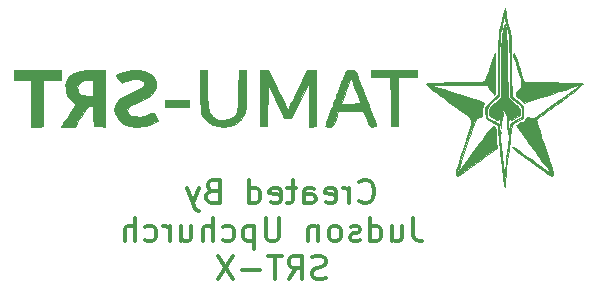
<source format=gbo>
%TF.GenerationSoftware,KiCad,Pcbnew,(6.0.8)*%
%TF.CreationDate,2022-12-04T12:12:00-06:00*%
%TF.ProjectId,Actuator Box,41637475-6174-46f7-9220-426f782e6b69,rev?*%
%TF.SameCoordinates,Original*%
%TF.FileFunction,Legend,Bot*%
%TF.FilePolarity,Positive*%
%FSLAX46Y46*%
G04 Gerber Fmt 4.6, Leading zero omitted, Abs format (unit mm)*
G04 Created by KiCad (PCBNEW (6.0.8)) date 2022-12-04 12:12:00*
%MOMM*%
%LPD*%
G01*
G04 APERTURE LIST*
G04 Aperture macros list*
%AMRoundRect*
0 Rectangle with rounded corners*
0 $1 Rounding radius*
0 $2 $3 $4 $5 $6 $7 $8 $9 X,Y pos of 4 corners*
0 Add a 4 corners polygon primitive as box body*
4,1,4,$2,$3,$4,$5,$6,$7,$8,$9,$2,$3,0*
0 Add four circle primitives for the rounded corners*
1,1,$1+$1,$2,$3*
1,1,$1+$1,$4,$5*
1,1,$1+$1,$6,$7*
1,1,$1+$1,$8,$9*
0 Add four rect primitives between the rounded corners*
20,1,$1+$1,$2,$3,$4,$5,0*
20,1,$1+$1,$4,$5,$6,$7,0*
20,1,$1+$1,$6,$7,$8,$9,0*
20,1,$1+$1,$8,$9,$2,$3,0*%
G04 Aperture macros list end*
%ADD10C,0.300000*%
%ADD11C,0.010000*%
%ADD12C,3.200000*%
%ADD13O,1.727200X1.727200*%
%ADD14R,2.200000X2.200000*%
%ADD15O,2.200000X2.200000*%
%ADD16O,1.200000X1.600000*%
%ADD17O,1.200000X1.200000*%
%ADD18C,1.600000*%
%ADD19O,1.600000X1.600000*%
%ADD20R,2.500000X2.500000*%
%ADD21O,2.500000X2.500000*%
%ADD22R,1.700000X1.700000*%
%ADD23RoundRect,0.250001X-1.099999X-1.399999X1.099999X-1.399999X1.099999X1.399999X-1.099999X1.399999X0*%
%ADD24O,2.700000X3.300000*%
%ADD25RoundRect,0.250001X1.399999X-1.099999X1.399999X1.099999X-1.399999X1.099999X-1.399999X-1.099999X0*%
%ADD26O,3.300000X2.700000*%
%ADD27C,2.100000*%
%ADD28R,1.665000X1.665000*%
%ADD29C,1.665000*%
%ADD30RoundRect,0.250000X0.845000X-0.620000X0.845000X0.620000X-0.845000X0.620000X-0.845000X-0.620000X0*%
%ADD31O,2.190000X1.740000*%
%ADD32C,1.727200*%
%ADD33RoundRect,0.250000X-0.600000X-0.600000X0.600000X-0.600000X0.600000X0.600000X-0.600000X0.600000X0*%
%ADD34C,1.700000*%
%ADD35R,1.050000X1.500000*%
%ADD36O,1.050000X1.500000*%
G04 APERTURE END LIST*
D10*
X123204952Y-80552285D02*
X123300190Y-80647523D01*
X123585904Y-80742761D01*
X123776380Y-80742761D01*
X124062095Y-80647523D01*
X124252571Y-80457047D01*
X124347809Y-80266571D01*
X124443047Y-79885619D01*
X124443047Y-79599904D01*
X124347809Y-79218952D01*
X124252571Y-79028476D01*
X124062095Y-78838000D01*
X123776380Y-78742761D01*
X123585904Y-78742761D01*
X123300190Y-78838000D01*
X123204952Y-78933238D01*
X122347809Y-80742761D02*
X122347809Y-79409428D01*
X122347809Y-79790380D02*
X122252571Y-79599904D01*
X122157333Y-79504666D01*
X121966857Y-79409428D01*
X121776380Y-79409428D01*
X120347809Y-80647523D02*
X120538285Y-80742761D01*
X120919238Y-80742761D01*
X121109714Y-80647523D01*
X121204952Y-80457047D01*
X121204952Y-79695142D01*
X121109714Y-79504666D01*
X120919238Y-79409428D01*
X120538285Y-79409428D01*
X120347809Y-79504666D01*
X120252571Y-79695142D01*
X120252571Y-79885619D01*
X121204952Y-80076095D01*
X118538285Y-80742761D02*
X118538285Y-79695142D01*
X118633523Y-79504666D01*
X118824000Y-79409428D01*
X119204952Y-79409428D01*
X119395428Y-79504666D01*
X118538285Y-80647523D02*
X118728761Y-80742761D01*
X119204952Y-80742761D01*
X119395428Y-80647523D01*
X119490666Y-80457047D01*
X119490666Y-80266571D01*
X119395428Y-80076095D01*
X119204952Y-79980857D01*
X118728761Y-79980857D01*
X118538285Y-79885619D01*
X117871619Y-79409428D02*
X117109714Y-79409428D01*
X117585904Y-78742761D02*
X117585904Y-80457047D01*
X117490666Y-80647523D01*
X117300190Y-80742761D01*
X117109714Y-80742761D01*
X115681142Y-80647523D02*
X115871619Y-80742761D01*
X116252571Y-80742761D01*
X116443047Y-80647523D01*
X116538285Y-80457047D01*
X116538285Y-79695142D01*
X116443047Y-79504666D01*
X116252571Y-79409428D01*
X115871619Y-79409428D01*
X115681142Y-79504666D01*
X115585904Y-79695142D01*
X115585904Y-79885619D01*
X116538285Y-80076095D01*
X113871619Y-80742761D02*
X113871619Y-78742761D01*
X113871619Y-80647523D02*
X114062095Y-80742761D01*
X114443047Y-80742761D01*
X114633523Y-80647523D01*
X114728761Y-80552285D01*
X114824000Y-80361809D01*
X114824000Y-79790380D01*
X114728761Y-79599904D01*
X114633523Y-79504666D01*
X114443047Y-79409428D01*
X114062095Y-79409428D01*
X113871619Y-79504666D01*
X110728761Y-79695142D02*
X110443047Y-79790380D01*
X110347809Y-79885619D01*
X110252571Y-80076095D01*
X110252571Y-80361809D01*
X110347809Y-80552285D01*
X110443047Y-80647523D01*
X110633523Y-80742761D01*
X111395428Y-80742761D01*
X111395428Y-78742761D01*
X110728761Y-78742761D01*
X110538285Y-78838000D01*
X110443047Y-78933238D01*
X110347809Y-79123714D01*
X110347809Y-79314190D01*
X110443047Y-79504666D01*
X110538285Y-79599904D01*
X110728761Y-79695142D01*
X111395428Y-79695142D01*
X109585904Y-79409428D02*
X109109714Y-80742761D01*
X108633523Y-79409428D02*
X109109714Y-80742761D01*
X109300190Y-81218952D01*
X109395428Y-81314190D01*
X109585904Y-81409428D01*
X127728761Y-81962761D02*
X127728761Y-83391333D01*
X127824000Y-83677047D01*
X128014476Y-83867523D01*
X128300190Y-83962761D01*
X128490666Y-83962761D01*
X125919238Y-82629428D02*
X125919238Y-83962761D01*
X126776380Y-82629428D02*
X126776380Y-83677047D01*
X126681142Y-83867523D01*
X126490666Y-83962761D01*
X126204952Y-83962761D01*
X126014476Y-83867523D01*
X125919238Y-83772285D01*
X124109714Y-83962761D02*
X124109714Y-81962761D01*
X124109714Y-83867523D02*
X124300190Y-83962761D01*
X124681142Y-83962761D01*
X124871619Y-83867523D01*
X124966857Y-83772285D01*
X125062095Y-83581809D01*
X125062095Y-83010380D01*
X124966857Y-82819904D01*
X124871619Y-82724666D01*
X124681142Y-82629428D01*
X124300190Y-82629428D01*
X124109714Y-82724666D01*
X123252571Y-83867523D02*
X123062095Y-83962761D01*
X122681142Y-83962761D01*
X122490666Y-83867523D01*
X122395428Y-83677047D01*
X122395428Y-83581809D01*
X122490666Y-83391333D01*
X122681142Y-83296095D01*
X122966857Y-83296095D01*
X123157333Y-83200857D01*
X123252571Y-83010380D01*
X123252571Y-82915142D01*
X123157333Y-82724666D01*
X122966857Y-82629428D01*
X122681142Y-82629428D01*
X122490666Y-82724666D01*
X121252571Y-83962761D02*
X121443047Y-83867523D01*
X121538285Y-83772285D01*
X121633523Y-83581809D01*
X121633523Y-83010380D01*
X121538285Y-82819904D01*
X121443047Y-82724666D01*
X121252571Y-82629428D01*
X120966857Y-82629428D01*
X120776380Y-82724666D01*
X120681142Y-82819904D01*
X120585904Y-83010380D01*
X120585904Y-83581809D01*
X120681142Y-83772285D01*
X120776380Y-83867523D01*
X120966857Y-83962761D01*
X121252571Y-83962761D01*
X119728761Y-82629428D02*
X119728761Y-83962761D01*
X119728761Y-82819904D02*
X119633523Y-82724666D01*
X119443047Y-82629428D01*
X119157333Y-82629428D01*
X118966857Y-82724666D01*
X118871619Y-82915142D01*
X118871619Y-83962761D01*
X116395428Y-81962761D02*
X116395428Y-83581809D01*
X116300190Y-83772285D01*
X116204952Y-83867523D01*
X116014476Y-83962761D01*
X115633523Y-83962761D01*
X115443047Y-83867523D01*
X115347809Y-83772285D01*
X115252571Y-83581809D01*
X115252571Y-81962761D01*
X114300190Y-82629428D02*
X114300190Y-84629428D01*
X114300190Y-82724666D02*
X114109714Y-82629428D01*
X113728761Y-82629428D01*
X113538285Y-82724666D01*
X113443047Y-82819904D01*
X113347809Y-83010380D01*
X113347809Y-83581809D01*
X113443047Y-83772285D01*
X113538285Y-83867523D01*
X113728761Y-83962761D01*
X114109714Y-83962761D01*
X114300190Y-83867523D01*
X111633523Y-83867523D02*
X111824000Y-83962761D01*
X112204952Y-83962761D01*
X112395428Y-83867523D01*
X112490666Y-83772285D01*
X112585904Y-83581809D01*
X112585904Y-83010380D01*
X112490666Y-82819904D01*
X112395428Y-82724666D01*
X112204952Y-82629428D01*
X111824000Y-82629428D01*
X111633523Y-82724666D01*
X110776380Y-83962761D02*
X110776380Y-81962761D01*
X109919238Y-83962761D02*
X109919238Y-82915142D01*
X110014476Y-82724666D01*
X110204952Y-82629428D01*
X110490666Y-82629428D01*
X110681142Y-82724666D01*
X110776380Y-82819904D01*
X108109714Y-82629428D02*
X108109714Y-83962761D01*
X108966857Y-82629428D02*
X108966857Y-83677047D01*
X108871619Y-83867523D01*
X108681142Y-83962761D01*
X108395428Y-83962761D01*
X108204952Y-83867523D01*
X108109714Y-83772285D01*
X107157333Y-83962761D02*
X107157333Y-82629428D01*
X107157333Y-83010380D02*
X107062095Y-82819904D01*
X106966857Y-82724666D01*
X106776380Y-82629428D01*
X106585904Y-82629428D01*
X105062095Y-83867523D02*
X105252571Y-83962761D01*
X105633523Y-83962761D01*
X105824000Y-83867523D01*
X105919238Y-83772285D01*
X106014476Y-83581809D01*
X106014476Y-83010380D01*
X105919238Y-82819904D01*
X105824000Y-82724666D01*
X105633523Y-82629428D01*
X105252571Y-82629428D01*
X105062095Y-82724666D01*
X104204952Y-83962761D02*
X104204952Y-81962761D01*
X103347809Y-83962761D02*
X103347809Y-82915142D01*
X103443047Y-82724666D01*
X103633523Y-82629428D01*
X103919238Y-82629428D01*
X104109714Y-82724666D01*
X104204952Y-82819904D01*
X120347809Y-87087523D02*
X120062095Y-87182761D01*
X119585904Y-87182761D01*
X119395428Y-87087523D01*
X119300190Y-86992285D01*
X119204952Y-86801809D01*
X119204952Y-86611333D01*
X119300190Y-86420857D01*
X119395428Y-86325619D01*
X119585904Y-86230380D01*
X119966857Y-86135142D01*
X120157333Y-86039904D01*
X120252571Y-85944666D01*
X120347809Y-85754190D01*
X120347809Y-85563714D01*
X120252571Y-85373238D01*
X120157333Y-85278000D01*
X119966857Y-85182761D01*
X119490666Y-85182761D01*
X119204952Y-85278000D01*
X117204952Y-87182761D02*
X117871619Y-86230380D01*
X118347809Y-87182761D02*
X118347809Y-85182761D01*
X117585904Y-85182761D01*
X117395428Y-85278000D01*
X117300190Y-85373238D01*
X117204952Y-85563714D01*
X117204952Y-85849428D01*
X117300190Y-86039904D01*
X117395428Y-86135142D01*
X117585904Y-86230380D01*
X118347809Y-86230380D01*
X116633523Y-85182761D02*
X115490666Y-85182761D01*
X116062095Y-87182761D02*
X116062095Y-85182761D01*
X114823999Y-86420857D02*
X113300190Y-86420857D01*
X112538285Y-85182761D02*
X111204952Y-87182761D01*
X111204952Y-85182761D02*
X112538285Y-87182761D01*
%TO.C,G\u002A\u002A\u002A*%
G36*
X137075334Y-73544198D02*
G01*
X136086110Y-74017004D01*
X135948117Y-75172002D01*
X135942811Y-75216445D01*
X135826966Y-76201992D01*
X135729527Y-77062094D01*
X135651375Y-77788281D01*
X135593392Y-78372084D01*
X135556459Y-78805036D01*
X135541458Y-79078667D01*
X135537862Y-79237596D01*
X135528847Y-79364274D01*
X135508272Y-79340610D01*
X135467431Y-79178323D01*
X135438236Y-79019533D01*
X135394795Y-78715753D01*
X135347284Y-78329780D01*
X135301793Y-77908323D01*
X135275220Y-77649800D01*
X135212479Y-77070299D01*
X135144071Y-76469054D01*
X135080696Y-75941236D01*
X135041683Y-75605135D01*
X134998766Y-75169215D01*
X134969493Y-74789189D01*
X134958667Y-74520974D01*
X134956507Y-74355656D01*
X134932699Y-74163606D01*
X134863946Y-74059483D01*
X134727557Y-73991274D01*
X134556854Y-73915000D01*
X134452390Y-73845203D01*
X134449215Y-73841394D01*
X134340541Y-73762119D01*
X134154334Y-73657183D01*
X134031429Y-73585311D01*
X133947253Y-73488229D01*
X134027334Y-73488229D01*
X134535334Y-73744667D01*
X134642088Y-73798883D01*
X134868686Y-73924808D01*
X134988403Y-74030201D01*
X135035274Y-74154853D01*
X135043334Y-74338552D01*
X135045522Y-74413412D01*
X135076017Y-74600914D01*
X135130979Y-74676000D01*
X135174610Y-74702276D01*
X135133688Y-74834706D01*
X135123002Y-74857733D01*
X135091006Y-75101636D01*
X135130980Y-75490872D01*
X135159926Y-75687116D01*
X135207295Y-76065931D01*
X135256166Y-76510273D01*
X135299609Y-76959772D01*
X135335775Y-77317403D01*
X135379130Y-77653118D01*
X135420927Y-77893139D01*
X135455680Y-78000880D01*
X135486250Y-77967632D01*
X135530941Y-77798195D01*
X135579465Y-77517504D01*
X135625606Y-77156441D01*
X135651645Y-76920770D01*
X135705603Y-76440589D01*
X135758244Y-75981118D01*
X135801152Y-75616181D01*
X135827892Y-75320636D01*
X135831380Y-74993933D01*
X135798554Y-74785169D01*
X135761409Y-74617112D01*
X135731955Y-74331047D01*
X135720667Y-74002876D01*
X135707103Y-73704214D01*
X135663838Y-73376632D01*
X135601176Y-73141256D01*
X135481685Y-72857071D01*
X135395689Y-73068036D01*
X135347994Y-73224108D01*
X135285426Y-73506751D01*
X135230633Y-73829334D01*
X135151574Y-74379667D01*
X135137213Y-73914000D01*
X135136218Y-73883624D01*
X135119655Y-73640634D01*
X135089147Y-73548611D01*
X135039672Y-73590925D01*
X135005368Y-73642590D01*
X134932766Y-73683511D01*
X134805779Y-73653628D01*
X134576845Y-73548592D01*
X134402031Y-73459596D01*
X134261853Y-73353231D01*
X134207890Y-73214169D01*
X134200404Y-72982667D01*
X134202530Y-72877327D01*
X134225236Y-72706722D01*
X134296900Y-72570019D01*
X134446913Y-72422806D01*
X134704667Y-72220667D01*
X135205725Y-71839667D01*
X135209196Y-69234889D01*
X135210951Y-68577032D01*
X135215661Y-67939706D01*
X135224202Y-67432413D01*
X135237600Y-67033891D01*
X135256879Y-66722875D01*
X135283066Y-66478100D01*
X135317186Y-66278304D01*
X135360264Y-66102222D01*
X135507861Y-65574334D01*
X135582504Y-65955334D01*
X135591826Y-66020486D01*
X135612614Y-66270570D01*
X135634284Y-66654623D01*
X135655851Y-67148713D01*
X135676329Y-67728912D01*
X135694732Y-68371287D01*
X135710074Y-69051910D01*
X135763000Y-71767487D01*
X136101667Y-72084947D01*
X136230846Y-72203048D01*
X136458695Y-72399270D01*
X136630834Y-72532941D01*
X136663940Y-72557354D01*
X136786249Y-72724346D01*
X136821334Y-72987949D01*
X136814693Y-73148009D01*
X136767231Y-73284375D01*
X136640945Y-73394054D01*
X136398000Y-73525051D01*
X136354632Y-73546663D01*
X136124965Y-73649405D01*
X136007598Y-73669953D01*
X135974667Y-73614173D01*
X135965690Y-73558993D01*
X135890000Y-73490667D01*
X135889690Y-73490670D01*
X135847160Y-73570572D01*
X135821041Y-73786173D01*
X135815343Y-74104500D01*
X135819111Y-74319559D01*
X135826287Y-74530998D01*
X135839567Y-74595352D01*
X135864235Y-74526252D01*
X135905573Y-74337334D01*
X135910763Y-74312928D01*
X135966670Y-74109378D01*
X136054032Y-73971020D01*
X136214125Y-73853619D01*
X136488231Y-73712939D01*
X136990667Y-73469544D01*
X136990667Y-73016796D01*
X136988691Y-72836573D01*
X136965669Y-72660270D01*
X136893798Y-72521318D01*
X136745203Y-72372108D01*
X136492014Y-72165028D01*
X135993360Y-71766008D01*
X135938457Y-69178171D01*
X135933503Y-68956661D01*
X135915974Y-68304667D01*
X135895513Y-67700829D01*
X135873215Y-67169378D01*
X135850176Y-66734546D01*
X135827489Y-66420565D01*
X135806250Y-66251667D01*
X135714080Y-65853887D01*
X135610718Y-65436100D01*
X135531121Y-65165712D01*
X135469731Y-65031889D01*
X135420991Y-65023801D01*
X135379341Y-65130615D01*
X135339224Y-65341500D01*
X135313799Y-65482411D01*
X135245856Y-65801138D01*
X135166054Y-66130221D01*
X135140620Y-66245213D01*
X135107770Y-66474563D01*
X135082574Y-66781053D01*
X135064282Y-67183113D01*
X135052144Y-67699171D01*
X135045411Y-68347659D01*
X135043334Y-69147006D01*
X135043334Y-71692569D01*
X134768167Y-71904139D01*
X134706682Y-71951558D01*
X134397464Y-72200732D01*
X134199165Y-72395628D01*
X134087540Y-72572754D01*
X134038345Y-72768621D01*
X134027334Y-73019739D01*
X134027334Y-73488229D01*
X133947253Y-73488229D01*
X133941420Y-73481502D01*
X133896702Y-73311825D01*
X133874381Y-73024547D01*
X133870619Y-72718988D01*
X133904545Y-72528104D01*
X133984312Y-72422367D01*
X134100407Y-72327750D01*
X134303171Y-72150722D01*
X134539432Y-71936824D01*
X134958667Y-71550643D01*
X134958667Y-68963376D01*
X134959457Y-68442951D01*
X134964390Y-67727489D01*
X134974465Y-67152111D01*
X134990398Y-66698773D01*
X135012903Y-66349430D01*
X135042696Y-66086039D01*
X135080493Y-65890555D01*
X135150169Y-65612252D01*
X135252257Y-65203310D01*
X135349246Y-64813731D01*
X135496174Y-64222461D01*
X135606998Y-64729064D01*
X135649943Y-64930444D01*
X135734145Y-65345874D01*
X135805579Y-65721375D01*
X135845706Y-65924859D01*
X135914716Y-66219323D01*
X135976335Y-66425386D01*
X135978793Y-66432822D01*
X136000825Y-66592170D01*
X136020239Y-66898156D01*
X136036415Y-67330265D01*
X136048735Y-67867981D01*
X136056581Y-68490791D01*
X136059334Y-69178179D01*
X136059606Y-69410536D01*
X136063105Y-70027643D01*
X136070218Y-70579006D01*
X136080417Y-71043907D01*
X136093169Y-71401629D01*
X136107946Y-71631454D01*
X136124216Y-71712667D01*
X136126827Y-71712926D01*
X136224016Y-71772905D01*
X136404806Y-71917731D01*
X136632216Y-72117907D01*
X136779142Y-72253426D01*
X136949562Y-72429732D01*
X137037584Y-72581034D01*
X137070434Y-72763594D01*
X137075028Y-73016796D01*
X137075334Y-73033673D01*
X137075334Y-73544198D01*
G37*
D11*
X137075334Y-73544198D02*
X136086110Y-74017004D01*
X135948117Y-75172002D01*
X135942811Y-75216445D01*
X135826966Y-76201992D01*
X135729527Y-77062094D01*
X135651375Y-77788281D01*
X135593392Y-78372084D01*
X135556459Y-78805036D01*
X135541458Y-79078667D01*
X135537862Y-79237596D01*
X135528847Y-79364274D01*
X135508272Y-79340610D01*
X135467431Y-79178323D01*
X135438236Y-79019533D01*
X135394795Y-78715753D01*
X135347284Y-78329780D01*
X135301793Y-77908323D01*
X135275220Y-77649800D01*
X135212479Y-77070299D01*
X135144071Y-76469054D01*
X135080696Y-75941236D01*
X135041683Y-75605135D01*
X134998766Y-75169215D01*
X134969493Y-74789189D01*
X134958667Y-74520974D01*
X134956507Y-74355656D01*
X134932699Y-74163606D01*
X134863946Y-74059483D01*
X134727557Y-73991274D01*
X134556854Y-73915000D01*
X134452390Y-73845203D01*
X134449215Y-73841394D01*
X134340541Y-73762119D01*
X134154334Y-73657183D01*
X134031429Y-73585311D01*
X133947253Y-73488229D01*
X134027334Y-73488229D01*
X134535334Y-73744667D01*
X134642088Y-73798883D01*
X134868686Y-73924808D01*
X134988403Y-74030201D01*
X135035274Y-74154853D01*
X135043334Y-74338552D01*
X135045522Y-74413412D01*
X135076017Y-74600914D01*
X135130979Y-74676000D01*
X135174610Y-74702276D01*
X135133688Y-74834706D01*
X135123002Y-74857733D01*
X135091006Y-75101636D01*
X135130980Y-75490872D01*
X135159926Y-75687116D01*
X135207295Y-76065931D01*
X135256166Y-76510273D01*
X135299609Y-76959772D01*
X135335775Y-77317403D01*
X135379130Y-77653118D01*
X135420927Y-77893139D01*
X135455680Y-78000880D01*
X135486250Y-77967632D01*
X135530941Y-77798195D01*
X135579465Y-77517504D01*
X135625606Y-77156441D01*
X135651645Y-76920770D01*
X135705603Y-76440589D01*
X135758244Y-75981118D01*
X135801152Y-75616181D01*
X135827892Y-75320636D01*
X135831380Y-74993933D01*
X135798554Y-74785169D01*
X135761409Y-74617112D01*
X135731955Y-74331047D01*
X135720667Y-74002876D01*
X135707103Y-73704214D01*
X135663838Y-73376632D01*
X135601176Y-73141256D01*
X135481685Y-72857071D01*
X135395689Y-73068036D01*
X135347994Y-73224108D01*
X135285426Y-73506751D01*
X135230633Y-73829334D01*
X135151574Y-74379667D01*
X135137213Y-73914000D01*
X135136218Y-73883624D01*
X135119655Y-73640634D01*
X135089147Y-73548611D01*
X135039672Y-73590925D01*
X135005368Y-73642590D01*
X134932766Y-73683511D01*
X134805779Y-73653628D01*
X134576845Y-73548592D01*
X134402031Y-73459596D01*
X134261853Y-73353231D01*
X134207890Y-73214169D01*
X134200404Y-72982667D01*
X134202530Y-72877327D01*
X134225236Y-72706722D01*
X134296900Y-72570019D01*
X134446913Y-72422806D01*
X134704667Y-72220667D01*
X135205725Y-71839667D01*
X135209196Y-69234889D01*
X135210951Y-68577032D01*
X135215661Y-67939706D01*
X135224202Y-67432413D01*
X135237600Y-67033891D01*
X135256879Y-66722875D01*
X135283066Y-66478100D01*
X135317186Y-66278304D01*
X135360264Y-66102222D01*
X135507861Y-65574334D01*
X135582504Y-65955334D01*
X135591826Y-66020486D01*
X135612614Y-66270570D01*
X135634284Y-66654623D01*
X135655851Y-67148713D01*
X135676329Y-67728912D01*
X135694732Y-68371287D01*
X135710074Y-69051910D01*
X135763000Y-71767487D01*
X136101667Y-72084947D01*
X136230846Y-72203048D01*
X136458695Y-72399270D01*
X136630834Y-72532941D01*
X136663940Y-72557354D01*
X136786249Y-72724346D01*
X136821334Y-72987949D01*
X136814693Y-73148009D01*
X136767231Y-73284375D01*
X136640945Y-73394054D01*
X136398000Y-73525051D01*
X136354632Y-73546663D01*
X136124965Y-73649405D01*
X136007598Y-73669953D01*
X135974667Y-73614173D01*
X135965690Y-73558993D01*
X135890000Y-73490667D01*
X135889690Y-73490670D01*
X135847160Y-73570572D01*
X135821041Y-73786173D01*
X135815343Y-74104500D01*
X135819111Y-74319559D01*
X135826287Y-74530998D01*
X135839567Y-74595352D01*
X135864235Y-74526252D01*
X135905573Y-74337334D01*
X135910763Y-74312928D01*
X135966670Y-74109378D01*
X136054032Y-73971020D01*
X136214125Y-73853619D01*
X136488231Y-73712939D01*
X136990667Y-73469544D01*
X136990667Y-73016796D01*
X136988691Y-72836573D01*
X136965669Y-72660270D01*
X136893798Y-72521318D01*
X136745203Y-72372108D01*
X136492014Y-72165028D01*
X135993360Y-71766008D01*
X135938457Y-69178171D01*
X135933503Y-68956661D01*
X135915974Y-68304667D01*
X135895513Y-67700829D01*
X135873215Y-67169378D01*
X135850176Y-66734546D01*
X135827489Y-66420565D01*
X135806250Y-66251667D01*
X135714080Y-65853887D01*
X135610718Y-65436100D01*
X135531121Y-65165712D01*
X135469731Y-65031889D01*
X135420991Y-65023801D01*
X135379341Y-65130615D01*
X135339224Y-65341500D01*
X135313799Y-65482411D01*
X135245856Y-65801138D01*
X135166054Y-66130221D01*
X135140620Y-66245213D01*
X135107770Y-66474563D01*
X135082574Y-66781053D01*
X135064282Y-67183113D01*
X135052144Y-67699171D01*
X135045411Y-68347659D01*
X135043334Y-69147006D01*
X135043334Y-71692569D01*
X134768167Y-71904139D01*
X134706682Y-71951558D01*
X134397464Y-72200732D01*
X134199165Y-72395628D01*
X134087540Y-72572754D01*
X134038345Y-72768621D01*
X134027334Y-73019739D01*
X134027334Y-73488229D01*
X133947253Y-73488229D01*
X133941420Y-73481502D01*
X133896702Y-73311825D01*
X133874381Y-73024547D01*
X133870619Y-72718988D01*
X133904545Y-72528104D01*
X133984312Y-72422367D01*
X134100407Y-72327750D01*
X134303171Y-72150722D01*
X134539432Y-71936824D01*
X134958667Y-71550643D01*
X134958667Y-68963376D01*
X134959457Y-68442951D01*
X134964390Y-67727489D01*
X134974465Y-67152111D01*
X134990398Y-66698773D01*
X135012903Y-66349430D01*
X135042696Y-66086039D01*
X135080493Y-65890555D01*
X135150169Y-65612252D01*
X135252257Y-65203310D01*
X135349246Y-64813731D01*
X135496174Y-64222461D01*
X135606998Y-64729064D01*
X135649943Y-64930444D01*
X135734145Y-65345874D01*
X135805579Y-65721375D01*
X135845706Y-65924859D01*
X135914716Y-66219323D01*
X135976335Y-66425386D01*
X135978793Y-66432822D01*
X136000825Y-66592170D01*
X136020239Y-66898156D01*
X136036415Y-67330265D01*
X136048735Y-67867981D01*
X136056581Y-68490791D01*
X136059334Y-69178179D01*
X136059606Y-69410536D01*
X136063105Y-70027643D01*
X136070218Y-70579006D01*
X136080417Y-71043907D01*
X136093169Y-71401629D01*
X136107946Y-71631454D01*
X136124216Y-71712667D01*
X136126827Y-71712926D01*
X136224016Y-71772905D01*
X136404806Y-71917731D01*
X136632216Y-72117907D01*
X136779142Y-72253426D01*
X136949562Y-72429732D01*
X137037584Y-72581034D01*
X137070434Y-72763594D01*
X137075028Y-73016796D01*
X137075334Y-73033673D01*
X137075334Y-73544198D01*
G36*
X107759500Y-71985147D02*
G01*
X108754334Y-72009000D01*
X108807396Y-72559334D01*
X106764667Y-72559334D01*
X106764667Y-71961293D01*
X107759500Y-71985147D01*
G37*
X107759500Y-71985147D02*
X108754334Y-72009000D01*
X108807396Y-72559334D01*
X106764667Y-72559334D01*
X106764667Y-71961293D01*
X107759500Y-71985147D01*
G36*
X113621751Y-71009056D02*
G01*
X113617108Y-71620079D01*
X113598679Y-72183664D01*
X113561934Y-72624901D01*
X113502363Y-72968731D01*
X113415459Y-73240095D01*
X113296713Y-73463935D01*
X113141616Y-73665191D01*
X113105120Y-73704342D01*
X112846540Y-73920695D01*
X112564334Y-74088300D01*
X112180348Y-74199528D01*
X111706946Y-74243119D01*
X111225298Y-74214682D01*
X110809214Y-74113170D01*
X110639540Y-74033594D01*
X110278680Y-73770652D01*
X109986736Y-73433279D01*
X109812752Y-73072685D01*
X109811138Y-73066568D01*
X109785147Y-72879835D01*
X109762518Y-72557684D01*
X109744618Y-72132126D01*
X109732814Y-71635173D01*
X109728473Y-71098834D01*
X109728000Y-69426667D01*
X110320667Y-69426667D01*
X110321403Y-70802500D01*
X110322798Y-71274848D01*
X110330668Y-71846836D01*
X110348688Y-72288674D01*
X110380468Y-72623706D01*
X110429621Y-72875279D01*
X110499756Y-73066739D01*
X110594486Y-73221433D01*
X110717422Y-73362705D01*
X110792062Y-73438389D01*
X110936946Y-73562616D01*
X111085815Y-73628569D01*
X111293769Y-73654364D01*
X111615909Y-73658118D01*
X111747327Y-73656791D01*
X112073042Y-73633346D01*
X112307205Y-73560702D01*
X112508396Y-73413022D01*
X112735193Y-73164471D01*
X112738069Y-73161038D01*
X112794590Y-73079451D01*
X112837827Y-72972473D01*
X112870367Y-72816116D01*
X112894799Y-72586392D01*
X112913712Y-72259312D01*
X112929694Y-71810890D01*
X112945334Y-71217137D01*
X112987667Y-69469000D01*
X113305167Y-69442723D01*
X113622667Y-69416445D01*
X113621751Y-71009056D01*
G37*
X113621751Y-71009056D02*
X113617108Y-71620079D01*
X113598679Y-72183664D01*
X113561934Y-72624901D01*
X113502363Y-72968731D01*
X113415459Y-73240095D01*
X113296713Y-73463935D01*
X113141616Y-73665191D01*
X113105120Y-73704342D01*
X112846540Y-73920695D01*
X112564334Y-74088300D01*
X112180348Y-74199528D01*
X111706946Y-74243119D01*
X111225298Y-74214682D01*
X110809214Y-74113170D01*
X110639540Y-74033594D01*
X110278680Y-73770652D01*
X109986736Y-73433279D01*
X109812752Y-73072685D01*
X109811138Y-73066568D01*
X109785147Y-72879835D01*
X109762518Y-72557684D01*
X109744618Y-72132126D01*
X109732814Y-71635173D01*
X109728473Y-71098834D01*
X109728000Y-69426667D01*
X110320667Y-69426667D01*
X110321403Y-70802500D01*
X110322798Y-71274848D01*
X110330668Y-71846836D01*
X110348688Y-72288674D01*
X110380468Y-72623706D01*
X110429621Y-72875279D01*
X110499756Y-73066739D01*
X110594486Y-73221433D01*
X110717422Y-73362705D01*
X110792062Y-73438389D01*
X110936946Y-73562616D01*
X111085815Y-73628569D01*
X111293769Y-73654364D01*
X111615909Y-73658118D01*
X111747327Y-73656791D01*
X112073042Y-73633346D01*
X112307205Y-73560702D01*
X112508396Y-73413022D01*
X112735193Y-73164471D01*
X112738069Y-73161038D01*
X112794590Y-73079451D01*
X112837827Y-72972473D01*
X112870367Y-72816116D01*
X112894799Y-72586392D01*
X112913712Y-72259312D01*
X112929694Y-71810890D01*
X112945334Y-71217137D01*
X112987667Y-69469000D01*
X113305167Y-69442723D01*
X113622667Y-69416445D01*
X113621751Y-71009056D01*
G36*
X134673646Y-67996108D02*
G01*
X134683536Y-68126283D01*
X134692062Y-68393029D01*
X134698746Y-68771609D01*
X134703107Y-69237289D01*
X134704667Y-69765334D01*
X134704301Y-69942048D01*
X134698872Y-70452554D01*
X134687747Y-70892669D01*
X134671959Y-71237660D01*
X134652538Y-71462793D01*
X134630516Y-71543334D01*
X134567072Y-71498656D01*
X134433863Y-71345927D01*
X134270683Y-71122183D01*
X133985000Y-70701033D01*
X131614334Y-70704580D01*
X131553865Y-70704691D01*
X130932331Y-70708426D01*
X130393618Y-70716374D01*
X129955027Y-70727954D01*
X129633859Y-70742583D01*
X129447416Y-70759679D01*
X129413000Y-70778659D01*
X129448479Y-70792262D01*
X129639829Y-70858530D01*
X129946064Y-70960016D01*
X130333303Y-71085582D01*
X130767667Y-71224087D01*
X130794208Y-71232481D01*
X131322518Y-71399746D01*
X131887336Y-71578820D01*
X132422668Y-71748770D01*
X132862522Y-71888658D01*
X133211708Y-72005488D01*
X133541656Y-72137490D01*
X133724092Y-72247999D01*
X133769577Y-72343964D01*
X133688667Y-72432334D01*
X133655230Y-72490835D01*
X133618342Y-72681673D01*
X133604000Y-72947447D01*
X133599573Y-73200293D01*
X133570108Y-73351287D01*
X133491703Y-73423256D01*
X133340461Y-73462941D01*
X133307228Y-73469709D01*
X133212418Y-73495884D01*
X133131925Y-73543491D01*
X133056203Y-73632468D01*
X132975706Y-73782750D01*
X132880889Y-74014275D01*
X132762204Y-74346978D01*
X132610108Y-74800797D01*
X132415053Y-75395667D01*
X132335081Y-75639906D01*
X132161393Y-76168196D01*
X131992108Y-76680537D01*
X131843226Y-77128571D01*
X131730745Y-77463942D01*
X131618611Y-77812481D01*
X131547558Y-78075710D01*
X131530369Y-78209464D01*
X131568211Y-78203794D01*
X131662249Y-78048752D01*
X131745428Y-77913261D01*
X131907696Y-77670731D01*
X132123088Y-77360083D01*
X132367609Y-77016440D01*
X132738683Y-76502731D01*
X133225676Y-75833791D01*
X133626914Y-75290410D01*
X133948778Y-74864333D01*
X134197651Y-74547307D01*
X134379914Y-74331079D01*
X134501949Y-74207394D01*
X134570139Y-74168000D01*
X134618199Y-74184167D01*
X134687779Y-74297836D01*
X134740541Y-74533607D01*
X134779423Y-74907162D01*
X134807364Y-75434181D01*
X134831667Y-76065361D01*
X134535334Y-76263296D01*
X134494739Y-76290623D01*
X134241733Y-76467789D01*
X134027334Y-76627350D01*
X133964844Y-76675298D01*
X133761532Y-76827828D01*
X133466709Y-77046745D01*
X133109487Y-77310464D01*
X132718978Y-77597401D01*
X132479164Y-77771374D01*
X132124751Y-78021371D01*
X131829320Y-78221079D01*
X131618389Y-78353424D01*
X131517475Y-78401334D01*
X131490414Y-78401128D01*
X131427975Y-78393679D01*
X131385645Y-78363994D01*
X131367055Y-78296665D01*
X131375838Y-78176288D01*
X131415624Y-77987455D01*
X131490045Y-77714760D01*
X131602733Y-77342797D01*
X131757318Y-76856159D01*
X131957433Y-76239440D01*
X132206708Y-75477234D01*
X132241324Y-75371793D01*
X132427258Y-74811008D01*
X132565043Y-74384317D01*
X132652742Y-74066857D01*
X132688416Y-73833766D01*
X132670128Y-73660180D01*
X132595941Y-73521237D01*
X132463917Y-73392075D01*
X132272117Y-73247831D01*
X132018605Y-73063642D01*
X131790440Y-72895401D01*
X131453304Y-72652824D01*
X131160853Y-72449104D01*
X130958167Y-72316024D01*
X130871791Y-72261040D01*
X130706354Y-72138922D01*
X130640667Y-72062683D01*
X130636774Y-72050430D01*
X130543711Y-71960710D01*
X130365500Y-71842192D01*
X130252702Y-71773570D01*
X129958995Y-71577387D01*
X129648174Y-71351072D01*
X129351684Y-71119668D01*
X129100972Y-70908218D01*
X128927484Y-70741765D01*
X128862667Y-70645354D01*
X128867780Y-70629104D01*
X128921923Y-70597733D01*
X129048292Y-70572534D01*
X129263071Y-70552601D01*
X129582446Y-70537030D01*
X130022600Y-70524917D01*
X130599716Y-70515357D01*
X131329981Y-70507446D01*
X131906292Y-70501561D01*
X132512414Y-70492862D01*
X132980398Y-70481954D01*
X133327814Y-70467801D01*
X133572233Y-70449365D01*
X133731224Y-70425611D01*
X133822358Y-70395501D01*
X133863205Y-70358000D01*
X133871964Y-70338739D01*
X133932279Y-70176168D01*
X134028324Y-69894632D01*
X134148809Y-69527756D01*
X134282448Y-69109167D01*
X134326031Y-68971616D01*
X134451679Y-68584631D01*
X134557632Y-68272194D01*
X134633832Y-68063397D01*
X134670224Y-67987334D01*
X134673646Y-67996108D01*
G37*
X134673646Y-67996108D02*
X134683536Y-68126283D01*
X134692062Y-68393029D01*
X134698746Y-68771609D01*
X134703107Y-69237289D01*
X134704667Y-69765334D01*
X134704301Y-69942048D01*
X134698872Y-70452554D01*
X134687747Y-70892669D01*
X134671959Y-71237660D01*
X134652538Y-71462793D01*
X134630516Y-71543334D01*
X134567072Y-71498656D01*
X134433863Y-71345927D01*
X134270683Y-71122183D01*
X133985000Y-70701033D01*
X131614334Y-70704580D01*
X131553865Y-70704691D01*
X130932331Y-70708426D01*
X130393618Y-70716374D01*
X129955027Y-70727954D01*
X129633859Y-70742583D01*
X129447416Y-70759679D01*
X129413000Y-70778659D01*
X129448479Y-70792262D01*
X129639829Y-70858530D01*
X129946064Y-70960016D01*
X130333303Y-71085582D01*
X130767667Y-71224087D01*
X130794208Y-71232481D01*
X131322518Y-71399746D01*
X131887336Y-71578820D01*
X132422668Y-71748770D01*
X132862522Y-71888658D01*
X133211708Y-72005488D01*
X133541656Y-72137490D01*
X133724092Y-72247999D01*
X133769577Y-72343964D01*
X133688667Y-72432334D01*
X133655230Y-72490835D01*
X133618342Y-72681673D01*
X133604000Y-72947447D01*
X133599573Y-73200293D01*
X133570108Y-73351287D01*
X133491703Y-73423256D01*
X133340461Y-73462941D01*
X133307228Y-73469709D01*
X133212418Y-73495884D01*
X133131925Y-73543491D01*
X133056203Y-73632468D01*
X132975706Y-73782750D01*
X132880889Y-74014275D01*
X132762204Y-74346978D01*
X132610108Y-74800797D01*
X132415053Y-75395667D01*
X132335081Y-75639906D01*
X132161393Y-76168196D01*
X131992108Y-76680537D01*
X131843226Y-77128571D01*
X131730745Y-77463942D01*
X131618611Y-77812481D01*
X131547558Y-78075710D01*
X131530369Y-78209464D01*
X131568211Y-78203794D01*
X131662249Y-78048752D01*
X131745428Y-77913261D01*
X131907696Y-77670731D01*
X132123088Y-77360083D01*
X132367609Y-77016440D01*
X132738683Y-76502731D01*
X133225676Y-75833791D01*
X133626914Y-75290410D01*
X133948778Y-74864333D01*
X134197651Y-74547307D01*
X134379914Y-74331079D01*
X134501949Y-74207394D01*
X134570139Y-74168000D01*
X134618199Y-74184167D01*
X134687779Y-74297836D01*
X134740541Y-74533607D01*
X134779423Y-74907162D01*
X134807364Y-75434181D01*
X134831667Y-76065361D01*
X134535334Y-76263296D01*
X134494739Y-76290623D01*
X134241733Y-76467789D01*
X134027334Y-76627350D01*
X133964844Y-76675298D01*
X133761532Y-76827828D01*
X133466709Y-77046745D01*
X133109487Y-77310464D01*
X132718978Y-77597401D01*
X132479164Y-77771374D01*
X132124751Y-78021371D01*
X131829320Y-78221079D01*
X131618389Y-78353424D01*
X131517475Y-78401334D01*
X131490414Y-78401128D01*
X131427975Y-78393679D01*
X131385645Y-78363994D01*
X131367055Y-78296665D01*
X131375838Y-78176288D01*
X131415624Y-77987455D01*
X131490045Y-77714760D01*
X131602733Y-77342797D01*
X131757318Y-76856159D01*
X131957433Y-76239440D01*
X132206708Y-75477234D01*
X132241324Y-75371793D01*
X132427258Y-74811008D01*
X132565043Y-74384317D01*
X132652742Y-74066857D01*
X132688416Y-73833766D01*
X132670128Y-73660180D01*
X132595941Y-73521237D01*
X132463917Y-73392075D01*
X132272117Y-73247831D01*
X132018605Y-73063642D01*
X131790440Y-72895401D01*
X131453304Y-72652824D01*
X131160853Y-72449104D01*
X130958167Y-72316024D01*
X130871791Y-72261040D01*
X130706354Y-72138922D01*
X130640667Y-72062683D01*
X130636774Y-72050430D01*
X130543711Y-71960710D01*
X130365500Y-71842192D01*
X130252702Y-71773570D01*
X129958995Y-71577387D01*
X129648174Y-71351072D01*
X129351684Y-71119668D01*
X129100972Y-70908218D01*
X128927484Y-70741765D01*
X128862667Y-70645354D01*
X128867780Y-70629104D01*
X128921923Y-70597733D01*
X129048292Y-70572534D01*
X129263071Y-70552601D01*
X129582446Y-70537030D01*
X130022600Y-70524917D01*
X130599716Y-70515357D01*
X131329981Y-70507446D01*
X131906292Y-70501561D01*
X132512414Y-70492862D01*
X132980398Y-70481954D01*
X133327814Y-70467801D01*
X133572233Y-70449365D01*
X133731224Y-70425611D01*
X133822358Y-70395501D01*
X133863205Y-70358000D01*
X133871964Y-70338739D01*
X133932279Y-70176168D01*
X134028324Y-69894632D01*
X134148809Y-69527756D01*
X134282448Y-69109167D01*
X134326031Y-68971616D01*
X134451679Y-68584631D01*
X134557632Y-68272194D01*
X134633832Y-68063397D01*
X134670224Y-67987334D01*
X134673646Y-67996108D01*
G36*
X101197834Y-74235725D02*
G01*
X100711000Y-74210334D01*
X100686872Y-73342500D01*
X100682625Y-73194279D01*
X100669317Y-72854002D01*
X100649197Y-72642359D01*
X100614754Y-72528892D01*
X100558477Y-72483147D01*
X100472855Y-72474667D01*
X100341666Y-72496532D01*
X100196421Y-72591828D01*
X100032703Y-72787411D01*
X99823531Y-73109667D01*
X99762266Y-73207856D01*
X99624261Y-73414975D01*
X99528836Y-73539225D01*
X99508071Y-73563462D01*
X99400260Y-73722509D01*
X99273580Y-73941392D01*
X99106160Y-74252667D01*
X97954985Y-74252667D01*
X98085492Y-74019834D01*
X98139945Y-73929587D01*
X98290686Y-73697531D01*
X98494182Y-73396033D01*
X98722198Y-73067334D01*
X99228398Y-72347667D01*
X99038366Y-72221741D01*
X98786252Y-72027366D01*
X98482178Y-71659196D01*
X98336322Y-71249758D01*
X98331398Y-71215639D01*
X98320341Y-70900213D01*
X99318835Y-70900213D01*
X99335686Y-71202394D01*
X99483334Y-71458667D01*
X99625254Y-71559113D01*
X99835364Y-71612952D01*
X100160667Y-71628000D01*
X100668667Y-71628000D01*
X100668667Y-70273334D01*
X100215364Y-70273334D01*
X99938824Y-70287177D01*
X99720359Y-70349209D01*
X99538030Y-70480957D01*
X99429560Y-70609716D01*
X99318835Y-70900213D01*
X98320341Y-70900213D01*
X98313861Y-70715346D01*
X98416676Y-70303758D01*
X98645979Y-69976597D01*
X99007905Y-69729586D01*
X99508589Y-69558445D01*
X100154165Y-69458898D01*
X100950769Y-69426667D01*
X101684667Y-69426667D01*
X101684667Y-74261117D01*
X101197834Y-74235725D01*
G37*
X101197834Y-74235725D02*
X100711000Y-74210334D01*
X100686872Y-73342500D01*
X100682625Y-73194279D01*
X100669317Y-72854002D01*
X100649197Y-72642359D01*
X100614754Y-72528892D01*
X100558477Y-72483147D01*
X100472855Y-72474667D01*
X100341666Y-72496532D01*
X100196421Y-72591828D01*
X100032703Y-72787411D01*
X99823531Y-73109667D01*
X99762266Y-73207856D01*
X99624261Y-73414975D01*
X99528836Y-73539225D01*
X99508071Y-73563462D01*
X99400260Y-73722509D01*
X99273580Y-73941392D01*
X99106160Y-74252667D01*
X97954985Y-74252667D01*
X98085492Y-74019834D01*
X98139945Y-73929587D01*
X98290686Y-73697531D01*
X98494182Y-73396033D01*
X98722198Y-73067334D01*
X99228398Y-72347667D01*
X99038366Y-72221741D01*
X98786252Y-72027366D01*
X98482178Y-71659196D01*
X98336322Y-71249758D01*
X98331398Y-71215639D01*
X98320341Y-70900213D01*
X99318835Y-70900213D01*
X99335686Y-71202394D01*
X99483334Y-71458667D01*
X99625254Y-71559113D01*
X99835364Y-71612952D01*
X100160667Y-71628000D01*
X100668667Y-71628000D01*
X100668667Y-70273334D01*
X100215364Y-70273334D01*
X99938824Y-70287177D01*
X99720359Y-70349209D01*
X99538030Y-70480957D01*
X99429560Y-70609716D01*
X99318835Y-70900213D01*
X98320341Y-70900213D01*
X98313861Y-70715346D01*
X98416676Y-70303758D01*
X98645979Y-69976597D01*
X99007905Y-69729586D01*
X99508589Y-69558445D01*
X100154165Y-69458898D01*
X100950769Y-69426667D01*
X101684667Y-69426667D01*
X101684667Y-74261117D01*
X101197834Y-74235725D01*
G36*
X116218958Y-70967882D02*
G01*
X116261843Y-71054085D01*
X116498570Y-71531795D01*
X116711641Y-71964789D01*
X116888030Y-72326387D01*
X117014710Y-72589906D01*
X117078654Y-72728667D01*
X117079921Y-72731680D01*
X117143312Y-72841244D01*
X117172907Y-72813334D01*
X117178071Y-72790677D01*
X117240065Y-72632925D01*
X117363263Y-72356517D01*
X117536476Y-71985567D01*
X117748513Y-71544190D01*
X117988183Y-71056500D01*
X118797759Y-69426667D01*
X119549334Y-69426667D01*
X119549334Y-71783222D01*
X119549308Y-71855221D01*
X119546925Y-72465430D01*
X119541043Y-73017190D01*
X119532179Y-73488326D01*
X119520853Y-73856662D01*
X119507584Y-74100019D01*
X119492889Y-74196222D01*
X119391502Y-74234412D01*
X119198207Y-74252667D01*
X118959970Y-74252667D01*
X118914334Y-70569667D01*
X118173030Y-72030167D01*
X117431725Y-73490667D01*
X116849583Y-73490667D01*
X116146292Y-72075555D01*
X115443000Y-70660444D01*
X115358334Y-74210334D01*
X114765667Y-74210334D01*
X114765667Y-69469000D01*
X115106741Y-69443882D01*
X115447814Y-69418764D01*
X116218958Y-70967882D01*
G37*
X116218958Y-70967882D02*
X116261843Y-71054085D01*
X116498570Y-71531795D01*
X116711641Y-71964789D01*
X116888030Y-72326387D01*
X117014710Y-72589906D01*
X117078654Y-72728667D01*
X117079921Y-72731680D01*
X117143312Y-72841244D01*
X117172907Y-72813334D01*
X117178071Y-72790677D01*
X117240065Y-72632925D01*
X117363263Y-72356517D01*
X117536476Y-71985567D01*
X117748513Y-71544190D01*
X117988183Y-71056500D01*
X118797759Y-69426667D01*
X119549334Y-69426667D01*
X119549334Y-71783222D01*
X119549308Y-71855221D01*
X119546925Y-72465430D01*
X119541043Y-73017190D01*
X119532179Y-73488326D01*
X119520853Y-73856662D01*
X119507584Y-74100019D01*
X119492889Y-74196222D01*
X119391502Y-74234412D01*
X119198207Y-74252667D01*
X118959970Y-74252667D01*
X118914334Y-70569667D01*
X118173030Y-72030167D01*
X117431725Y-73490667D01*
X116849583Y-73490667D01*
X116146292Y-72075555D01*
X115443000Y-70660444D01*
X115358334Y-74210334D01*
X114765667Y-74210334D01*
X114765667Y-69469000D01*
X115106741Y-69443882D01*
X115447814Y-69418764D01*
X116218958Y-70967882D01*
G36*
X128100667Y-70019334D02*
G01*
X126492000Y-70019334D01*
X126492000Y-72079556D01*
X126490771Y-72493927D01*
X126485234Y-73030533D01*
X126475862Y-73493353D01*
X126463335Y-73858501D01*
X126448336Y-74102090D01*
X126431543Y-74200235D01*
X126314805Y-74235372D01*
X126114043Y-74235513D01*
X125857000Y-74210334D01*
X125834355Y-72114834D01*
X125811709Y-70019334D01*
X124206000Y-70019334D01*
X124206000Y-69426667D01*
X128100667Y-69426667D01*
X128100667Y-70019334D01*
G37*
X128100667Y-70019334D02*
X126492000Y-70019334D01*
X126492000Y-72079556D01*
X126490771Y-72493927D01*
X126485234Y-73030533D01*
X126475862Y-73493353D01*
X126463335Y-73858501D01*
X126448336Y-74102090D01*
X126431543Y-74200235D01*
X126314805Y-74235372D01*
X126114043Y-74235513D01*
X125857000Y-74210334D01*
X125834355Y-72114834D01*
X125811709Y-70019334D01*
X124206000Y-70019334D01*
X124206000Y-69426667D01*
X128100667Y-69426667D01*
X128100667Y-70019334D01*
G36*
X124122964Y-72813334D02*
G01*
X124168460Y-72935490D01*
X124304179Y-73293395D01*
X124425608Y-73605027D01*
X124510881Y-73813982D01*
X124525741Y-73849937D01*
X124585045Y-74050473D01*
X124583407Y-74173815D01*
X124477158Y-74228823D01*
X124281350Y-74252667D01*
X124280381Y-74252667D01*
X124165651Y-74248294D01*
X124078576Y-74217507D01*
X124001934Y-74133802D01*
X123918502Y-73970678D01*
X123811060Y-73701634D01*
X123662385Y-73300167D01*
X123514662Y-72898000D01*
X121419960Y-72898000D01*
X121335457Y-73173167D01*
X121318168Y-73229420D01*
X121186190Y-73649030D01*
X121083840Y-73934788D01*
X120994580Y-74112362D01*
X120901872Y-74207421D01*
X120789179Y-74245634D01*
X120639964Y-74252667D01*
X120572921Y-74251328D01*
X120386739Y-74229421D01*
X120312566Y-74189167D01*
X120332120Y-74100834D01*
X120411615Y-73857134D01*
X120548005Y-73480069D01*
X120736710Y-72982667D01*
X120811747Y-72786541D01*
X120924534Y-72486659D01*
X120990874Y-72305334D01*
X121672182Y-72305334D01*
X122473424Y-72305334D01*
X122678535Y-72303566D01*
X122985159Y-72293061D01*
X123196150Y-72275208D01*
X123274667Y-72252439D01*
X123273710Y-72245033D01*
X123236188Y-72120536D01*
X123154251Y-71882641D01*
X123041888Y-71569193D01*
X122913093Y-71218039D01*
X122781856Y-70867027D01*
X122662170Y-70554001D01*
X122568025Y-70316808D01*
X122513414Y-70193296D01*
X122485971Y-70157247D01*
X122426675Y-70182974D01*
X122357382Y-70362629D01*
X122323746Y-70468555D01*
X122230808Y-70744076D01*
X122107377Y-71098008D01*
X121970927Y-71479834D01*
X121672182Y-72305334D01*
X120990874Y-72305334D01*
X121006363Y-72263000D01*
X121090840Y-72061256D01*
X121169556Y-71928567D01*
X121210395Y-71853106D01*
X121242667Y-71670334D01*
X121254848Y-71557231D01*
X121313634Y-71412100D01*
X121375230Y-71297278D01*
X121470003Y-71070382D01*
X121576924Y-70781334D01*
X121679541Y-70494339D01*
X121792838Y-70190720D01*
X121877893Y-69977000D01*
X121967338Y-69758182D01*
X122035279Y-69574834D01*
X122066620Y-69516297D01*
X122197943Y-69446717D01*
X122454818Y-69426667D01*
X122536659Y-69425552D01*
X122648201Y-69426990D01*
X122737996Y-69449472D01*
X122817942Y-69512529D01*
X122899935Y-69635691D01*
X122995874Y-69838489D01*
X123117656Y-70140452D01*
X123277176Y-70561113D01*
X123486334Y-71120000D01*
X123500168Y-71156858D01*
X123620312Y-71475148D01*
X123734820Y-71776167D01*
X123757136Y-71834771D01*
X123857238Y-72100464D01*
X123914056Y-72252439D01*
X123986594Y-72446463D01*
X124122964Y-72813334D01*
G37*
X124122964Y-72813334D02*
X124168460Y-72935490D01*
X124304179Y-73293395D01*
X124425608Y-73605027D01*
X124510881Y-73813982D01*
X124525741Y-73849937D01*
X124585045Y-74050473D01*
X124583407Y-74173815D01*
X124477158Y-74228823D01*
X124281350Y-74252667D01*
X124280381Y-74252667D01*
X124165651Y-74248294D01*
X124078576Y-74217507D01*
X124001934Y-74133802D01*
X123918502Y-73970678D01*
X123811060Y-73701634D01*
X123662385Y-73300167D01*
X123514662Y-72898000D01*
X121419960Y-72898000D01*
X121335457Y-73173167D01*
X121318168Y-73229420D01*
X121186190Y-73649030D01*
X121083840Y-73934788D01*
X120994580Y-74112362D01*
X120901872Y-74207421D01*
X120789179Y-74245634D01*
X120639964Y-74252667D01*
X120572921Y-74251328D01*
X120386739Y-74229421D01*
X120312566Y-74189167D01*
X120332120Y-74100834D01*
X120411615Y-73857134D01*
X120548005Y-73480069D01*
X120736710Y-72982667D01*
X120811747Y-72786541D01*
X120924534Y-72486659D01*
X120990874Y-72305334D01*
X121672182Y-72305334D01*
X122473424Y-72305334D01*
X122678535Y-72303566D01*
X122985159Y-72293061D01*
X123196150Y-72275208D01*
X123274667Y-72252439D01*
X123273710Y-72245033D01*
X123236188Y-72120536D01*
X123154251Y-71882641D01*
X123041888Y-71569193D01*
X122913093Y-71218039D01*
X122781856Y-70867027D01*
X122662170Y-70554001D01*
X122568025Y-70316808D01*
X122513414Y-70193296D01*
X122485971Y-70157247D01*
X122426675Y-70182974D01*
X122357382Y-70362629D01*
X122323746Y-70468555D01*
X122230808Y-70744076D01*
X122107377Y-71098008D01*
X121970927Y-71479834D01*
X121672182Y-72305334D01*
X120990874Y-72305334D01*
X121006363Y-72263000D01*
X121090840Y-72061256D01*
X121169556Y-71928567D01*
X121210395Y-71853106D01*
X121242667Y-71670334D01*
X121254848Y-71557231D01*
X121313634Y-71412100D01*
X121375230Y-71297278D01*
X121470003Y-71070382D01*
X121576924Y-70781334D01*
X121679541Y-70494339D01*
X121792838Y-70190720D01*
X121877893Y-69977000D01*
X121967338Y-69758182D01*
X122035279Y-69574834D01*
X122066620Y-69516297D01*
X122197943Y-69446717D01*
X122454818Y-69426667D01*
X122536659Y-69425552D01*
X122648201Y-69426990D01*
X122737996Y-69449472D01*
X122817942Y-69512529D01*
X122899935Y-69635691D01*
X122995874Y-69838489D01*
X123117656Y-70140452D01*
X123277176Y-70561113D01*
X123486334Y-71120000D01*
X123500168Y-71156858D01*
X123620312Y-71475148D01*
X123734820Y-71776167D01*
X123757136Y-71834771D01*
X123857238Y-72100464D01*
X123914056Y-72252439D01*
X123986594Y-72446463D01*
X124122964Y-72813334D01*
G36*
X136312820Y-68072000D02*
G01*
X136331847Y-68108113D01*
X136407190Y-68294565D01*
X136507814Y-68579950D01*
X136617319Y-68918667D01*
X136643981Y-69004319D01*
X136769801Y-69399939D01*
X136893127Y-69776166D01*
X136990658Y-70061667D01*
X137141057Y-70485000D01*
X139581791Y-70507495D01*
X139721701Y-70508905D01*
X140339429Y-70518093D01*
X140897708Y-70531091D01*
X141374563Y-70547054D01*
X141748015Y-70565135D01*
X141996087Y-70584489D01*
X142096804Y-70604271D01*
X142061870Y-70677389D01*
X141908740Y-70831114D01*
X141657669Y-71048288D01*
X141329414Y-71312230D01*
X140944734Y-71606256D01*
X140524387Y-71913683D01*
X140089130Y-72217828D01*
X139908013Y-72343647D01*
X139681758Y-72507826D01*
X139538796Y-72620380D01*
X139505550Y-72648082D01*
X139336006Y-72777707D01*
X139083689Y-72962410D01*
X138789834Y-73171830D01*
X138664808Y-73261486D01*
X138414439Y-73452963D01*
X138240908Y-73602916D01*
X138176000Y-73684781D01*
X138178344Y-73702799D01*
X138201813Y-73795057D01*
X138253472Y-73968399D01*
X138336992Y-74234173D01*
X138456048Y-74603728D01*
X138614310Y-75088415D01*
X138815453Y-75699581D01*
X139063149Y-76448575D01*
X139361070Y-77346747D01*
X139420964Y-77531199D01*
X139520776Y-77859974D01*
X139589651Y-78116505D01*
X139615334Y-78256914D01*
X139593144Y-78337049D01*
X139474473Y-78397451D01*
X139297546Y-78363675D01*
X139112995Y-78237661D01*
X138935812Y-78084308D01*
X138710828Y-77922801D01*
X138574762Y-77830738D01*
X138324575Y-77653120D01*
X138009757Y-77424435D01*
X137668000Y-77171829D01*
X137374153Y-76955302D01*
X137035033Y-76711421D01*
X136748042Y-76511332D01*
X136554568Y-76384310D01*
X136553648Y-76383751D01*
X136365050Y-76246135D01*
X136223219Y-76103349D01*
X136157463Y-75991326D01*
X136197088Y-75946000D01*
X136218721Y-75951816D01*
X136352300Y-76027406D01*
X136550743Y-76162878D01*
X136764278Y-76323081D01*
X136943132Y-76472866D01*
X137064283Y-76572265D01*
X137157994Y-76623334D01*
X137181849Y-76634684D01*
X137319471Y-76725523D01*
X137555211Y-76892464D01*
X137864191Y-77117722D01*
X138221529Y-77383514D01*
X138394883Y-77512896D01*
X138735145Y-77762310D01*
X139016965Y-77962819D01*
X139214924Y-78096521D01*
X139303599Y-78145514D01*
X139304721Y-78145504D01*
X139299944Y-78083862D01*
X139212288Y-77926851D01*
X139064293Y-77710291D01*
X138878500Y-77470000D01*
X138826597Y-77402462D01*
X138684859Y-77209314D01*
X138489328Y-76937612D01*
X138266031Y-76623334D01*
X138114781Y-76410854D01*
X137904127Y-76120693D01*
X137736935Y-75897268D01*
X137639894Y-75776667D01*
X137598095Y-75727057D01*
X137460544Y-75538400D01*
X137306130Y-75303354D01*
X137240337Y-75200267D01*
X137089181Y-74979173D01*
X136976974Y-74835403D01*
X136930834Y-74783098D01*
X136789912Y-74604247D01*
X136643732Y-74400700D01*
X136529061Y-74224959D01*
X136482667Y-74129529D01*
X136510411Y-74099798D01*
X136652769Y-74012287D01*
X136875485Y-73899555D01*
X137013338Y-73826417D01*
X137212859Y-73683690D01*
X137308693Y-73560455D01*
X137356917Y-73465633D01*
X137514751Y-73411285D01*
X137758378Y-73493723D01*
X137836529Y-73520629D01*
X137969658Y-73503681D01*
X138162437Y-73409669D01*
X138451312Y-73224429D01*
X138494387Y-73195202D01*
X138745234Y-73018222D01*
X138928641Y-72877488D01*
X139007488Y-72801245D01*
X139024081Y-72778771D01*
X139148293Y-72676328D01*
X139346154Y-72544952D01*
X139520284Y-72431020D01*
X139801985Y-72235978D01*
X140141988Y-71993607D01*
X140500262Y-71732102D01*
X140837653Y-71485392D01*
X141160034Y-71254658D01*
X141419509Y-71074120D01*
X141579762Y-70969434D01*
X141718841Y-70870891D01*
X141807394Y-70767675D01*
X141794751Y-70713483D01*
X141668500Y-70740357D01*
X141664850Y-70741878D01*
X141549650Y-70788146D01*
X141408933Y-70840438D01*
X141220073Y-70906352D01*
X140960443Y-70993485D01*
X140607417Y-71109435D01*
X140138367Y-71261799D01*
X139530667Y-71458174D01*
X139027198Y-71621004D01*
X138536528Y-71780376D01*
X138106177Y-71920833D01*
X137769771Y-72031399D01*
X137560938Y-72101097D01*
X137157543Y-72238557D01*
X136780389Y-71954445D01*
X136573653Y-71782955D01*
X136431206Y-71595383D01*
X136427416Y-71424063D01*
X136552937Y-71239625D01*
X136705916Y-71071760D01*
X136853253Y-70877806D01*
X136924404Y-70696074D01*
X136924798Y-70483425D01*
X136859866Y-70196720D01*
X136735037Y-69792820D01*
X136663552Y-69571736D01*
X136537355Y-69189052D01*
X136426355Y-68861314D01*
X136348441Y-68641787D01*
X136293929Y-68476964D01*
X136242756Y-68256058D01*
X136227344Y-68090891D01*
X136249947Y-68017520D01*
X136312820Y-68072000D01*
G37*
X136312820Y-68072000D02*
X136331847Y-68108113D01*
X136407190Y-68294565D01*
X136507814Y-68579950D01*
X136617319Y-68918667D01*
X136643981Y-69004319D01*
X136769801Y-69399939D01*
X136893127Y-69776166D01*
X136990658Y-70061667D01*
X137141057Y-70485000D01*
X139581791Y-70507495D01*
X139721701Y-70508905D01*
X140339429Y-70518093D01*
X140897708Y-70531091D01*
X141374563Y-70547054D01*
X141748015Y-70565135D01*
X141996087Y-70584489D01*
X142096804Y-70604271D01*
X142061870Y-70677389D01*
X141908740Y-70831114D01*
X141657669Y-71048288D01*
X141329414Y-71312230D01*
X140944734Y-71606256D01*
X140524387Y-71913683D01*
X140089130Y-72217828D01*
X139908013Y-72343647D01*
X139681758Y-72507826D01*
X139538796Y-72620380D01*
X139505550Y-72648082D01*
X139336006Y-72777707D01*
X139083689Y-72962410D01*
X138789834Y-73171830D01*
X138664808Y-73261486D01*
X138414439Y-73452963D01*
X138240908Y-73602916D01*
X138176000Y-73684781D01*
X138178344Y-73702799D01*
X138201813Y-73795057D01*
X138253472Y-73968399D01*
X138336992Y-74234173D01*
X138456048Y-74603728D01*
X138614310Y-75088415D01*
X138815453Y-75699581D01*
X139063149Y-76448575D01*
X139361070Y-77346747D01*
X139420964Y-77531199D01*
X139520776Y-77859974D01*
X139589651Y-78116505D01*
X139615334Y-78256914D01*
X139593144Y-78337049D01*
X139474473Y-78397451D01*
X139297546Y-78363675D01*
X139112995Y-78237661D01*
X138935812Y-78084308D01*
X138710828Y-77922801D01*
X138574762Y-77830738D01*
X138324575Y-77653120D01*
X138009757Y-77424435D01*
X137668000Y-77171829D01*
X137374153Y-76955302D01*
X137035033Y-76711421D01*
X136748042Y-76511332D01*
X136554568Y-76384310D01*
X136553648Y-76383751D01*
X136365050Y-76246135D01*
X136223219Y-76103349D01*
X136157463Y-75991326D01*
X136197088Y-75946000D01*
X136218721Y-75951816D01*
X136352300Y-76027406D01*
X136550743Y-76162878D01*
X136764278Y-76323081D01*
X136943132Y-76472866D01*
X137064283Y-76572265D01*
X137157994Y-76623334D01*
X137181849Y-76634684D01*
X137319471Y-76725523D01*
X137555211Y-76892464D01*
X137864191Y-77117722D01*
X138221529Y-77383514D01*
X138394883Y-77512896D01*
X138735145Y-77762310D01*
X139016965Y-77962819D01*
X139214924Y-78096521D01*
X139303599Y-78145514D01*
X139304721Y-78145504D01*
X139299944Y-78083862D01*
X139212288Y-77926851D01*
X139064293Y-77710291D01*
X138878500Y-77470000D01*
X138826597Y-77402462D01*
X138684859Y-77209314D01*
X138489328Y-76937612D01*
X138266031Y-76623334D01*
X138114781Y-76410854D01*
X137904127Y-76120693D01*
X137736935Y-75897268D01*
X137639894Y-75776667D01*
X137598095Y-75727057D01*
X137460544Y-75538400D01*
X137306130Y-75303354D01*
X137240337Y-75200267D01*
X137089181Y-74979173D01*
X136976974Y-74835403D01*
X136930834Y-74783098D01*
X136789912Y-74604247D01*
X136643732Y-74400700D01*
X136529061Y-74224959D01*
X136482667Y-74129529D01*
X136510411Y-74099798D01*
X136652769Y-74012287D01*
X136875485Y-73899555D01*
X137013338Y-73826417D01*
X137212859Y-73683690D01*
X137308693Y-73560455D01*
X137356917Y-73465633D01*
X137514751Y-73411285D01*
X137758378Y-73493723D01*
X137836529Y-73520629D01*
X137969658Y-73503681D01*
X138162437Y-73409669D01*
X138451312Y-73224429D01*
X138494387Y-73195202D01*
X138745234Y-73018222D01*
X138928641Y-72877488D01*
X139007488Y-72801245D01*
X139024081Y-72778771D01*
X139148293Y-72676328D01*
X139346154Y-72544952D01*
X139520284Y-72431020D01*
X139801985Y-72235978D01*
X140141988Y-71993607D01*
X140500262Y-71732102D01*
X140837653Y-71485392D01*
X141160034Y-71254658D01*
X141419509Y-71074120D01*
X141579762Y-70969434D01*
X141718841Y-70870891D01*
X141807394Y-70767675D01*
X141794751Y-70713483D01*
X141668500Y-70740357D01*
X141664850Y-70741878D01*
X141549650Y-70788146D01*
X141408933Y-70840438D01*
X141220073Y-70906352D01*
X140960443Y-70993485D01*
X140607417Y-71109435D01*
X140138367Y-71261799D01*
X139530667Y-71458174D01*
X139027198Y-71621004D01*
X138536528Y-71780376D01*
X138106177Y-71920833D01*
X137769771Y-72031399D01*
X137560938Y-72101097D01*
X137157543Y-72238557D01*
X136780389Y-71954445D01*
X136573653Y-71782955D01*
X136431206Y-71595383D01*
X136427416Y-71424063D01*
X136552937Y-71239625D01*
X136705916Y-71071760D01*
X136853253Y-70877806D01*
X136924404Y-70696074D01*
X136924798Y-70483425D01*
X136859866Y-70196720D01*
X136735037Y-69792820D01*
X136663552Y-69571736D01*
X136537355Y-69189052D01*
X136426355Y-68861314D01*
X136348441Y-68641787D01*
X136293929Y-68476964D01*
X136242756Y-68256058D01*
X136227344Y-68090891D01*
X136249947Y-68017520D01*
X136312820Y-68072000D01*
G36*
X97959334Y-70273334D02*
G01*
X96435334Y-70273334D01*
X96435334Y-72206556D01*
X96434642Y-72509061D01*
X96429899Y-73037234D01*
X96421253Y-73494690D01*
X96409404Y-73856775D01*
X96395049Y-74098837D01*
X96378889Y-74196222D01*
X96323971Y-74217561D01*
X96135485Y-74242819D01*
X95872450Y-74252667D01*
X95422455Y-74252667D01*
X95399728Y-72284167D01*
X95377000Y-70315667D01*
X93980000Y-70266485D01*
X93980000Y-69426667D01*
X97959334Y-69426667D01*
X97959334Y-70273334D01*
G37*
X97959334Y-70273334D02*
X96435334Y-70273334D01*
X96435334Y-72206556D01*
X96434642Y-72509061D01*
X96429899Y-73037234D01*
X96421253Y-73494690D01*
X96409404Y-73856775D01*
X96395049Y-74098837D01*
X96378889Y-74196222D01*
X96323971Y-74217561D01*
X96135485Y-74242819D01*
X95872450Y-74252667D01*
X95422455Y-74252667D01*
X95399728Y-72284167D01*
X95377000Y-70315667D01*
X93980000Y-70266485D01*
X93980000Y-69426667D01*
X97959334Y-69426667D01*
X97959334Y-70273334D01*
G36*
X104507778Y-69431162D02*
G01*
X104987142Y-69528501D01*
X105400142Y-69702164D01*
X105700466Y-69943133D01*
X105793139Y-70068789D01*
X105953521Y-70458869D01*
X105965421Y-70868623D01*
X105832223Y-71259064D01*
X105557315Y-71591202D01*
X105508567Y-71629401D01*
X105284963Y-71774351D01*
X105001036Y-71931418D01*
X104707766Y-72075135D01*
X104456132Y-72180040D01*
X104297116Y-72220667D01*
X104258154Y-72230739D01*
X104099599Y-72306933D01*
X103884318Y-72433396D01*
X103666788Y-72613786D01*
X103542199Y-72846162D01*
X103570712Y-73072678D01*
X103756022Y-73269263D01*
X103852821Y-73318450D01*
X104167576Y-73390355D01*
X104551784Y-73399819D01*
X104944055Y-73348153D01*
X105283000Y-73236667D01*
X105336043Y-73211176D01*
X105583140Y-73106478D01*
X105740447Y-73095428D01*
X105859123Y-73189994D01*
X105990327Y-73402145D01*
X106178502Y-73736956D01*
X105908040Y-73876817D01*
X105902412Y-73879718D01*
X105623735Y-74010213D01*
X105333290Y-74128707D01*
X105106605Y-74184112D01*
X104773175Y-74227771D01*
X104416881Y-74246701D01*
X104286661Y-74246040D01*
X103677104Y-74177498D01*
X103191891Y-73997719D01*
X102826032Y-73704124D01*
X102574532Y-73294130D01*
X102514723Y-73138577D01*
X102456382Y-72863109D01*
X102491584Y-72596165D01*
X102623794Y-72265333D01*
X102635872Y-72240108D01*
X102734080Y-72072009D01*
X102865347Y-71926075D01*
X103054857Y-71786212D01*
X103327791Y-71636321D01*
X103709333Y-71460307D01*
X104224667Y-71242071D01*
X104553305Y-71089046D01*
X104853271Y-70887983D01*
X104984610Y-70694923D01*
X104947162Y-70510143D01*
X104740770Y-70333922D01*
X104457027Y-70222158D01*
X104033131Y-70212835D01*
X103559255Y-70359860D01*
X103442882Y-70410318D01*
X103218352Y-70494196D01*
X103079327Y-70527334D01*
X103042972Y-70512834D01*
X102922490Y-70401227D01*
X102781692Y-70227219D01*
X102664792Y-70048500D01*
X102616000Y-69922760D01*
X102627255Y-69905043D01*
X102747878Y-69827654D01*
X102963679Y-69722308D01*
X103228378Y-69610519D01*
X103495695Y-69513804D01*
X103535194Y-69501524D01*
X104008359Y-69419163D01*
X104507778Y-69431162D01*
G37*
X104507778Y-69431162D02*
X104987142Y-69528501D01*
X105400142Y-69702164D01*
X105700466Y-69943133D01*
X105793139Y-70068789D01*
X105953521Y-70458869D01*
X105965421Y-70868623D01*
X105832223Y-71259064D01*
X105557315Y-71591202D01*
X105508567Y-71629401D01*
X105284963Y-71774351D01*
X105001036Y-71931418D01*
X104707766Y-72075135D01*
X104456132Y-72180040D01*
X104297116Y-72220667D01*
X104258154Y-72230739D01*
X104099599Y-72306933D01*
X103884318Y-72433396D01*
X103666788Y-72613786D01*
X103542199Y-72846162D01*
X103570712Y-73072678D01*
X103756022Y-73269263D01*
X103852821Y-73318450D01*
X104167576Y-73390355D01*
X104551784Y-73399819D01*
X104944055Y-73348153D01*
X105283000Y-73236667D01*
X105336043Y-73211176D01*
X105583140Y-73106478D01*
X105740447Y-73095428D01*
X105859123Y-73189994D01*
X105990327Y-73402145D01*
X106178502Y-73736956D01*
X105908040Y-73876817D01*
X105902412Y-73879718D01*
X105623735Y-74010213D01*
X105333290Y-74128707D01*
X105106605Y-74184112D01*
X104773175Y-74227771D01*
X104416881Y-74246701D01*
X104286661Y-74246040D01*
X103677104Y-74177498D01*
X103191891Y-73997719D01*
X102826032Y-73704124D01*
X102574532Y-73294130D01*
X102514723Y-73138577D01*
X102456382Y-72863109D01*
X102491584Y-72596165D01*
X102623794Y-72265333D01*
X102635872Y-72240108D01*
X102734080Y-72072009D01*
X102865347Y-71926075D01*
X103054857Y-71786212D01*
X103327791Y-71636321D01*
X103709333Y-71460307D01*
X104224667Y-71242071D01*
X104553305Y-71089046D01*
X104853271Y-70887983D01*
X104984610Y-70694923D01*
X104947162Y-70510143D01*
X104740770Y-70333922D01*
X104457027Y-70222158D01*
X104033131Y-70212835D01*
X103559255Y-70359860D01*
X103442882Y-70410318D01*
X103218352Y-70494196D01*
X103079327Y-70527334D01*
X103042972Y-70512834D01*
X102922490Y-70401227D01*
X102781692Y-70227219D01*
X102664792Y-70048500D01*
X102616000Y-69922760D01*
X102627255Y-69905043D01*
X102747878Y-69827654D01*
X102963679Y-69722308D01*
X103228378Y-69610519D01*
X103495695Y-69513804D01*
X103535194Y-69501524D01*
X104008359Y-69419163D01*
X104507778Y-69431162D01*
%TD*%
%LPC*%
D12*
%TO.C,XA1*%
X107100500Y-134850000D03*
X140120500Y-82780000D03*
X140120500Y-165330000D03*
X91860500Y-158980000D03*
X135040500Y-134850000D03*
X91860500Y-84050000D03*
D13*
X140120500Y-96750000D03*
X140120500Y-104370000D03*
X140120500Y-106910000D03*
X112180500Y-134977000D03*
X91860500Y-162790000D03*
X91860500Y-165330000D03*
X140120500Y-119610000D03*
X140120500Y-122150000D03*
X140120500Y-124690000D03*
X140120500Y-127230000D03*
X140120500Y-129770000D03*
X140120500Y-132310000D03*
X140120500Y-134850000D03*
X140120500Y-137390000D03*
X140120500Y-142470000D03*
X140120500Y-145010000D03*
X140120500Y-147550000D03*
X140120500Y-150090000D03*
X140120500Y-152630000D03*
X140120500Y-155170000D03*
X140120500Y-157710000D03*
X140120500Y-160250000D03*
X91860500Y-92686000D03*
X91860500Y-132310000D03*
X91860500Y-129770000D03*
X91860500Y-127230000D03*
X91860500Y-124690000D03*
X91860500Y-122150000D03*
X91860500Y-119610000D03*
X91860500Y-117070000D03*
X91860500Y-114530000D03*
X91860500Y-110466000D03*
X91860500Y-107926000D03*
X91860500Y-105386000D03*
X91860500Y-102846000D03*
X91860500Y-100306000D03*
X91860500Y-97766000D03*
X91860500Y-137390000D03*
X91860500Y-139930000D03*
X91860500Y-142470000D03*
X91860500Y-145010000D03*
X91860500Y-147550000D03*
X91860500Y-150090000D03*
X91860500Y-152630000D03*
X91860500Y-155170000D03*
X94400500Y-162790000D03*
X94400500Y-165330000D03*
X96940500Y-162790000D03*
X96940500Y-165330000D03*
X99480500Y-162790000D03*
X99480500Y-165330000D03*
X102020500Y-162790000D03*
X102020500Y-165330000D03*
X104560500Y-162790000D03*
X104560500Y-165330000D03*
X107100500Y-162790000D03*
X107100500Y-165330000D03*
X109640500Y-162790000D03*
X109640500Y-165330000D03*
X112180500Y-162790000D03*
X112180500Y-165330000D03*
X114720500Y-162790000D03*
X114720500Y-165330000D03*
X117260500Y-162790000D03*
X117260500Y-165330000D03*
X119800500Y-162790000D03*
X119800500Y-165330000D03*
X122340500Y-162790000D03*
X122340500Y-165330000D03*
X124880500Y-162790000D03*
X124880500Y-165330000D03*
X127420500Y-162790000D03*
X127420500Y-165330000D03*
X129960500Y-162790000D03*
X129960500Y-165330000D03*
X132500500Y-162790000D03*
X132500500Y-165330000D03*
X91860500Y-95226000D03*
X140120500Y-109450000D03*
X140120500Y-111990000D03*
X117260500Y-134977000D03*
X135040500Y-162790000D03*
X135040500Y-165330000D03*
X140120500Y-99290000D03*
X112180500Y-132437000D03*
X114720500Y-134977000D03*
X140120500Y-101830000D03*
X117260500Y-132437000D03*
X114720500Y-132437000D03*
X91860500Y-87606000D03*
X91860500Y-90146000D03*
X140120500Y-114530000D03*
%TD*%
D14*
%TO.C,D2*%
X223012000Y-98298000D03*
D15*
X233172000Y-98298000D03*
%TD*%
D14*
%TO.C,D31*%
X265684000Y-130885500D03*
D15*
X265684000Y-141045500D03*
%TD*%
D16*
%TO.C,Q7*%
X178816000Y-143800000D03*
D17*
X181356000Y-141260000D03*
X178816000Y-138720000D03*
%TD*%
D18*
%TO.C,R25*%
X170126000Y-139990000D03*
D19*
X159966000Y-139990000D03*
%TD*%
D14*
%TO.C,D30*%
X211328000Y-131901500D03*
D15*
X211328000Y-121741500D03*
%TD*%
D20*
%TO.C,K11*%
X236728000Y-124738000D03*
D21*
X230728000Y-126738000D03*
X230728000Y-138938000D03*
X242728000Y-138938000D03*
X242728000Y-126738000D03*
%TD*%
D22*
%TO.C,REF\u002A\u002A*%
X204724000Y-179070000D03*
%TD*%
%TO.C,REF\u002A\u002A*%
X204724000Y-70866000D03*
%TD*%
D23*
%TO.C,J4*%
X159190000Y-187540000D03*
D24*
X163390000Y-187540000D03*
X159190000Y-193040000D03*
X163390000Y-193040000D03*
%TD*%
D25*
%TO.C,J3*%
X280214000Y-93422000D03*
D26*
X280214000Y-89222000D03*
X280214000Y-85022000D03*
X280214000Y-80822000D03*
X285714000Y-93422000D03*
X285714000Y-89222000D03*
X285714000Y-85022000D03*
X285714000Y-80822000D03*
%TD*%
D27*
%TO.C,K6*%
X231648000Y-179070000D03*
X246648000Y-179070000D03*
X251648000Y-179070000D03*
X256648000Y-179070000D03*
X256648000Y-171570000D03*
X251648000Y-171570000D03*
X246648000Y-171570000D03*
X231648000Y-171570000D03*
X231648000Y-175320000D03*
%TD*%
D14*
%TO.C,D26*%
X262128000Y-82550000D03*
D15*
X262128000Y-72390000D03*
%TD*%
D18*
%TO.C,R19*%
X159966000Y-136180000D03*
D19*
X170126000Y-136180000D03*
%TD*%
D18*
%TO.C,R28*%
X170126000Y-162790000D03*
D19*
X159966000Y-162790000D03*
%TD*%
D23*
%TO.C,J6*%
X188400000Y-187742000D03*
D24*
X192600000Y-187742000D03*
X188400000Y-193242000D03*
X192600000Y-193242000D03*
%TD*%
D22*
%TO.C,REF\u002A\u002A*%
X152400000Y-98298000D03*
%TD*%
D16*
%TO.C,Q5*%
X178816000Y-128560000D03*
D17*
X181356000Y-126020000D03*
X178816000Y-123480000D03*
%TD*%
D28*
%TO.C,IC1*%
X102540000Y-192000000D03*
D29*
X102540000Y-189460000D03*
X102540000Y-186920000D03*
X102540000Y-184380000D03*
X102540000Y-181840000D03*
X102540000Y-179300000D03*
D28*
X82220000Y-192000000D03*
D29*
X82220000Y-189460000D03*
X82220000Y-186920000D03*
X82220000Y-184380000D03*
X82220000Y-181840000D03*
X82220000Y-179300000D03*
%TD*%
D14*
%TO.C,D17*%
X216408000Y-179070000D03*
D15*
X226568000Y-179070000D03*
%TD*%
D14*
%TO.C,D13*%
X216408000Y-182626000D03*
D15*
X226568000Y-182626000D03*
%TD*%
D22*
%TO.C,REF\u002A\u002A*%
X204724000Y-160274000D03*
%TD*%
%TO.C,REF\u002A\u002A*%
X152400000Y-86614000D03*
%TD*%
%TO.C,REF\u002A\u002A*%
X76708000Y-162584000D03*
%TD*%
D18*
%TO.C,R14*%
X216408000Y-110490000D03*
D19*
X226568000Y-110490000D03*
%TD*%
D18*
%TO.C,R21*%
X159966000Y-151360000D03*
D19*
X170126000Y-151360000D03*
%TD*%
D14*
%TO.C,D10*%
X216408000Y-149029000D03*
D15*
X226568000Y-149029000D03*
%TD*%
D18*
%TO.C,R7*%
X223012000Y-94742000D03*
D19*
X233172000Y-94742000D03*
%TD*%
D20*
%TO.C,K2*%
X239000500Y-92710000D03*
D21*
X241000500Y-98710000D03*
X253200500Y-98710000D03*
X253200500Y-86710000D03*
X241000500Y-86710000D03*
%TD*%
D18*
%TO.C,R13*%
X159766000Y-169140000D03*
D19*
X169926000Y-169140000D03*
%TD*%
D22*
%TO.C,REF\u002A\u002A*%
X269240000Y-114554000D03*
%TD*%
D14*
%TO.C,D29*%
X211328000Y-145109500D03*
D15*
X211328000Y-134949500D03*
%TD*%
D18*
%TO.C,R22*%
X159966000Y-158980000D03*
D19*
X170126000Y-158980000D03*
%TD*%
D27*
%TO.C,K5*%
X231670000Y-159960000D03*
X246670000Y-159960000D03*
X251670000Y-159960000D03*
X256670000Y-159960000D03*
X256670000Y-152460000D03*
X251670000Y-152460000D03*
X246670000Y-152460000D03*
X231670000Y-152460000D03*
X231670000Y-156210000D03*
%TD*%
D18*
%TO.C,R5*%
X159966000Y-120940000D03*
D19*
X170126000Y-120940000D03*
%TD*%
D18*
%TO.C,R47*%
X226568000Y-134949500D03*
D19*
X226568000Y-145109500D03*
%TD*%
D14*
%TO.C,D16*%
X216408000Y-159766000D03*
D15*
X226568000Y-159766000D03*
%TD*%
D16*
%TO.C,Q6*%
X191516000Y-123480000D03*
D17*
X188976000Y-126020000D03*
X191516000Y-128560000D03*
%TD*%
D14*
%TO.C,D20*%
X262023000Y-147574000D03*
D15*
X262023000Y-157734000D03*
%TD*%
D18*
%TO.C,R10*%
X170126000Y-117130000D03*
D19*
X159966000Y-117130000D03*
%TD*%
D14*
%TO.C,D1*%
X223204000Y-87621500D03*
D15*
X233364000Y-87621500D03*
%TD*%
D22*
%TO.C,REF\u002A\u002A*%
X204724000Y-114046000D03*
%TD*%
D14*
%TO.C,D25*%
X216408000Y-78486000D03*
D15*
X226568000Y-78486000D03*
%TD*%
D14*
%TO.C,D8*%
X216408000Y-114046000D03*
D15*
X226568000Y-114046000D03*
%TD*%
D18*
%TO.C,R6*%
X159966000Y-128560000D03*
D19*
X170126000Y-128560000D03*
%TD*%
D25*
%TO.C,J7*%
X280214000Y-108018000D03*
D26*
X280214000Y-103818000D03*
X285714000Y-108018000D03*
X285714000Y-103818000D03*
%TD*%
D18*
%TO.C,R41*%
X226568000Y-71374000D03*
D19*
X216408000Y-71374000D03*
%TD*%
D16*
%TO.C,Q4*%
X191516000Y-108240000D03*
D17*
X188976000Y-110780000D03*
X191516000Y-113320000D03*
%TD*%
D22*
%TO.C,REF\u002A\u002A*%
X204724000Y-152654000D03*
%TD*%
D16*
%TO.C,Q3*%
X178816000Y-113320000D03*
D17*
X181356000Y-110780000D03*
X178816000Y-108240000D03*
%TD*%
D22*
%TO.C,REF\u002A\u002A*%
X204724000Y-106426000D03*
%TD*%
%TO.C,REF\u002A\u002A*%
X204724000Y-124714000D03*
%TD*%
%TO.C,REF\u002A\u002A*%
X152400000Y-147574000D03*
%TD*%
%TO.C,REF\u002A\u002A*%
X152400000Y-117094000D03*
%TD*%
D14*
%TO.C,D7*%
X262128000Y-119126000D03*
D15*
X262128000Y-108966000D03*
%TD*%
D22*
%TO.C,REF\u002A\u002A*%
X204724000Y-171450000D03*
%TD*%
D25*
%TO.C,J2*%
X280214000Y-143510000D03*
D26*
X280214000Y-139310000D03*
X280214000Y-135110000D03*
X280214000Y-130910000D03*
X280214000Y-126710000D03*
X280214000Y-122510000D03*
X280214000Y-118310000D03*
X285714000Y-143510000D03*
X285714000Y-139310000D03*
X285714000Y-135110000D03*
X285714000Y-130910000D03*
X285714000Y-126710000D03*
X285714000Y-122510000D03*
X285714000Y-118310000D03*
%TD*%
D16*
%TO.C,Q12*%
X191516000Y-153960000D03*
D17*
X188976000Y-156500000D03*
X191516000Y-159040000D03*
%TD*%
D18*
%TO.C,R12*%
X170126000Y-132310000D03*
D19*
X159966000Y-132310000D03*
%TD*%
D18*
%TO.C,R16*%
X169926000Y-174220000D03*
D19*
X159766000Y-174220000D03*
%TD*%
D18*
%TO.C,R43*%
X226568000Y-171704000D03*
D19*
X216408000Y-171704000D03*
%TD*%
D18*
%TO.C,R42*%
X226568000Y-152654000D03*
D19*
X216408000Y-152654000D03*
%TD*%
D22*
%TO.C,REF\u002A\u002A*%
X274320000Y-125730000D03*
%TD*%
%TO.C,REF\u002A\u002A*%
X76708000Y-156996000D03*
%TD*%
D14*
%TO.C,D12*%
X216408000Y-167894000D03*
D15*
X226568000Y-167894000D03*
%TD*%
D14*
%TO.C,D24*%
X216408000Y-82042000D03*
D15*
X226568000Y-82042000D03*
%TD*%
D18*
%TO.C,R23*%
X223520000Y-194818000D03*
D19*
X233680000Y-194818000D03*
%TD*%
D22*
%TO.C,REF\u002A\u002A*%
X152400000Y-78994000D03*
%TD*%
%TO.C,REF\u002A\u002A*%
X152400000Y-109474000D03*
%TD*%
D30*
%TO.C,M1*%
X283230000Y-184150000D03*
D31*
X283230000Y-181610000D03*
X283230000Y-179070000D03*
X283230000Y-176530000D03*
%TD*%
D18*
%TO.C,R45*%
X216408000Y-145109500D03*
D19*
X216408000Y-134949500D03*
%TD*%
D22*
%TO.C,REF\u002A\u002A*%
X204724000Y-92710000D03*
%TD*%
D18*
%TO.C,R9*%
X170126000Y-109450000D03*
D19*
X159966000Y-109450000D03*
%TD*%
D22*
%TO.C,REF\u002A\u002A*%
X269240000Y-187706000D03*
%TD*%
D18*
%TO.C,R2*%
X170126000Y-98020000D03*
D19*
X159966000Y-98020000D03*
%TD*%
D18*
%TO.C,R36*%
X170126000Y-79030000D03*
D19*
X159966000Y-79030000D03*
%TD*%
D16*
%TO.C,Q2*%
X178816000Y-174280000D03*
D17*
X181356000Y-171740000D03*
X178816000Y-169200000D03*
%TD*%
D14*
%TO.C,D4*%
X216408000Y-117602000D03*
D15*
X226568000Y-117602000D03*
%TD*%
D18*
%TO.C,R20*%
X159966000Y-143740000D03*
D19*
X170126000Y-143740000D03*
%TD*%
D14*
%TO.C,D15*%
X262128000Y-97790000D03*
D15*
X262128000Y-87630000D03*
%TD*%
D18*
%TO.C,R4*%
X159966000Y-113320000D03*
D19*
X170126000Y-113320000D03*
%TD*%
D14*
%TO.C,D21*%
X262023000Y-165862000D03*
D15*
X262023000Y-176022000D03*
%TD*%
D18*
%TO.C,R11*%
X170126000Y-124750000D03*
D19*
X159966000Y-124750000D03*
%TD*%
D18*
%TO.C,R38*%
X243078000Y-65786000D03*
D19*
X232918000Y-65786000D03*
%TD*%
D16*
%TO.C,Q8*%
X191516000Y-138720000D03*
D17*
X188976000Y-141260000D03*
X191516000Y-143800000D03*
%TD*%
D14*
%TO.C,D11*%
X216408000Y-163322000D03*
D15*
X226568000Y-163322000D03*
%TD*%
D14*
%TO.C,D23*%
X216408000Y-67818000D03*
D15*
X226568000Y-67818000D03*
%TD*%
D22*
%TO.C,REF\u002A\u002A*%
X269240000Y-98806000D03*
%TD*%
D18*
%TO.C,R32*%
X216408000Y-175514000D03*
D19*
X226568000Y-175514000D03*
%TD*%
D18*
%TO.C,R34*%
X159966000Y-75220000D03*
D19*
X170126000Y-75220000D03*
%TD*%
D27*
%TO.C,K3*%
X231753000Y-114240000D03*
X246753000Y-114240000D03*
X251753000Y-114240000D03*
X256753000Y-114240000D03*
X256753000Y-106740000D03*
X251753000Y-106740000D03*
X246753000Y-106740000D03*
X231753000Y-106740000D03*
X231753000Y-110490000D03*
%TD*%
D18*
%TO.C,R40*%
X216408000Y-74930000D03*
D19*
X226568000Y-74930000D03*
%TD*%
D18*
%TO.C,R3*%
X159966000Y-105700000D03*
D19*
X170126000Y-105700000D03*
%TD*%
D22*
%TO.C,REF\u002A\u002A*%
X152400000Y-132334000D03*
%TD*%
D27*
%TO.C,K1*%
X231753000Y-78172000D03*
X246753000Y-78172000D03*
X251753000Y-78172000D03*
X256753000Y-78172000D03*
X256753000Y-70672000D03*
X251753000Y-70672000D03*
X246753000Y-70672000D03*
X231753000Y-70672000D03*
X231753000Y-74422000D03*
%TD*%
D18*
%TO.C,R17*%
X226568000Y-106934000D03*
D19*
X216408000Y-106934000D03*
%TD*%
D22*
%TO.C,REF\u002A\u002A*%
X274320000Y-130810000D03*
%TD*%
%TO.C,REF\u002A\u002A*%
X204724000Y-192786000D03*
%TD*%
%TO.C,REF\u002A\u002A*%
X152400000Y-162814000D03*
%TD*%
D18*
%TO.C,R27*%
X170126000Y-155170000D03*
D19*
X159966000Y-155170000D03*
%TD*%
D14*
%TO.C,D5*%
X221488000Y-131901500D03*
D15*
X221488000Y-121741500D03*
%TD*%
D22*
%TO.C,REF\u002A\u002A*%
X71120000Y-162584000D03*
%TD*%
D14*
%TO.C,D19*%
X223520000Y-198374000D03*
D15*
X233680000Y-198374000D03*
%TD*%
D22*
%TO.C,REF\u002A\u002A*%
X204724000Y-141986000D03*
%TD*%
D16*
%TO.C,Q10*%
X191516000Y-77760000D03*
D17*
X188976000Y-80300000D03*
X191516000Y-82840000D03*
%TD*%
D22*
%TO.C,REF\u002A\u002A*%
X204724000Y-78486000D03*
%TD*%
D18*
%TO.C,R8*%
X233172000Y-91186000D03*
D19*
X223012000Y-91186000D03*
%TD*%
D22*
%TO.C,REF\u002A\u002A*%
X269240000Y-78486000D03*
%TD*%
%TO.C,REF\u002A\u002A*%
X269240000Y-171704000D03*
%TD*%
D32*
%TO.C,CM1*%
X111390978Y-193279957D03*
X111359022Y-190730000D03*
X111343754Y-188222945D03*
X111343754Y-185682945D03*
X111374290Y-183077055D03*
X111359022Y-180570000D03*
X111359022Y-178030000D03*
X139299022Y-186920000D03*
X139299022Y-184380000D03*
%TD*%
D16*
%TO.C,Q11*%
X178816000Y-159040000D03*
D17*
X181356000Y-156500000D03*
X178816000Y-153960000D03*
%TD*%
D18*
%TO.C,R35*%
X159966000Y-82840000D03*
D19*
X170126000Y-82840000D03*
%TD*%
D22*
%TO.C,REF\u002A\u002A*%
X152400000Y-139954000D03*
%TD*%
%TO.C,REF\u002A\u002A*%
X71120000Y-156996000D03*
%TD*%
D14*
%TO.C,D32*%
X269748000Y-125805500D03*
D15*
X269748000Y-135965500D03*
%TD*%
D18*
%TO.C,R31*%
X216408000Y-156210000D03*
D19*
X226568000Y-156210000D03*
%TD*%
D22*
%TO.C,REF\u002A\u002A*%
X152400000Y-155194000D03*
%TD*%
D18*
%TO.C,R37*%
X170126000Y-86650000D03*
D19*
X159966000Y-86650000D03*
%TD*%
D18*
%TO.C,R46*%
X216408000Y-131901500D03*
D19*
X216408000Y-121741500D03*
%TD*%
D33*
%TO.C,J5*%
X72568000Y-98806000D03*
D34*
X75108000Y-98806000D03*
X72568000Y-101346000D03*
X75108000Y-101346000D03*
X72568000Y-103886000D03*
X75108000Y-103886000D03*
X72568000Y-106426000D03*
X75108000Y-106426000D03*
X72568000Y-108966000D03*
X75108000Y-108966000D03*
X72568000Y-111506000D03*
X75108000Y-111506000D03*
X72568000Y-114046000D03*
X75108000Y-114046000D03*
X72568000Y-116586000D03*
X75108000Y-116586000D03*
X72568000Y-119126000D03*
X75108000Y-119126000D03*
X72568000Y-121666000D03*
X75108000Y-121666000D03*
X72568000Y-124206000D03*
X75108000Y-124206000D03*
X72568000Y-126746000D03*
X75108000Y-126746000D03*
X72568000Y-129286000D03*
X75108000Y-129286000D03*
X72568000Y-131826000D03*
X75108000Y-131826000D03*
X72568000Y-134366000D03*
X75108000Y-134366000D03*
X72568000Y-136906000D03*
X75108000Y-136906000D03*
X72568000Y-139446000D03*
X75108000Y-139446000D03*
X72568000Y-141986000D03*
X75108000Y-141986000D03*
X72568000Y-144526000D03*
X75108000Y-144526000D03*
X72568000Y-147066000D03*
X75108000Y-147066000D03*
%TD*%
D18*
%TO.C,R26*%
X170126000Y-147550000D03*
D19*
X159966000Y-147550000D03*
%TD*%
D14*
%TO.C,D3*%
X216408000Y-103378000D03*
D15*
X226568000Y-103378000D03*
%TD*%
D22*
%TO.C,REF\u002A\u002A*%
X269240000Y-152654000D03*
%TD*%
D18*
%TO.C,R24*%
X233680000Y-191262000D03*
D19*
X223520000Y-191262000D03*
%TD*%
D22*
%TO.C,REF\u002A\u002A*%
X152400000Y-168402000D03*
%TD*%
D14*
%TO.C,D22*%
X262023000Y-187706000D03*
D15*
X262023000Y-197866000D03*
%TD*%
D14*
%TO.C,D18*%
X223520000Y-187706000D03*
D15*
X233680000Y-187706000D03*
%TD*%
D23*
%TO.C,J1*%
X173600000Y-187540000D03*
D24*
X177800000Y-187540000D03*
X173600000Y-193040000D03*
X177800000Y-193040000D03*
%TD*%
D35*
%TO.C,U1*%
X150800000Y-67540000D03*
D36*
X152070000Y-67540000D03*
X153340000Y-67540000D03*
%TD*%
D18*
%TO.C,R48*%
X226568000Y-121741500D03*
D19*
X226568000Y-131901500D03*
%TD*%
D18*
%TO.C,R39*%
X247396000Y-65786000D03*
D19*
X257556000Y-65786000D03*
%TD*%
D14*
%TO.C,D6*%
X221488000Y-145109500D03*
D15*
X221488000Y-134949500D03*
%TD*%
D22*
%TO.C,REF\u002A\u002A*%
X152400000Y-124714000D03*
%TD*%
D18*
%TO.C,R1*%
X159966000Y-93000000D03*
D19*
X170126000Y-93000000D03*
%TD*%
D20*
%TO.C,K7*%
X239171500Y-192786000D03*
D21*
X241171500Y-198786000D03*
X253371500Y-198786000D03*
X253371500Y-186786000D03*
X241171500Y-186786000D03*
%TD*%
D20*
%TO.C,K10*%
X254508000Y-142061500D03*
D21*
X260508000Y-140061500D03*
X260508000Y-127861500D03*
X248508000Y-127861500D03*
X248508000Y-140061500D03*
%TD*%
D16*
%TO.C,Q9*%
X178816000Y-82840000D03*
D17*
X181356000Y-80300000D03*
X178816000Y-77760000D03*
%TD*%
D16*
%TO.C,Q1*%
X178816000Y-98080000D03*
D17*
X181356000Y-95540000D03*
X178816000Y-93000000D03*
%TD*%
M02*

</source>
